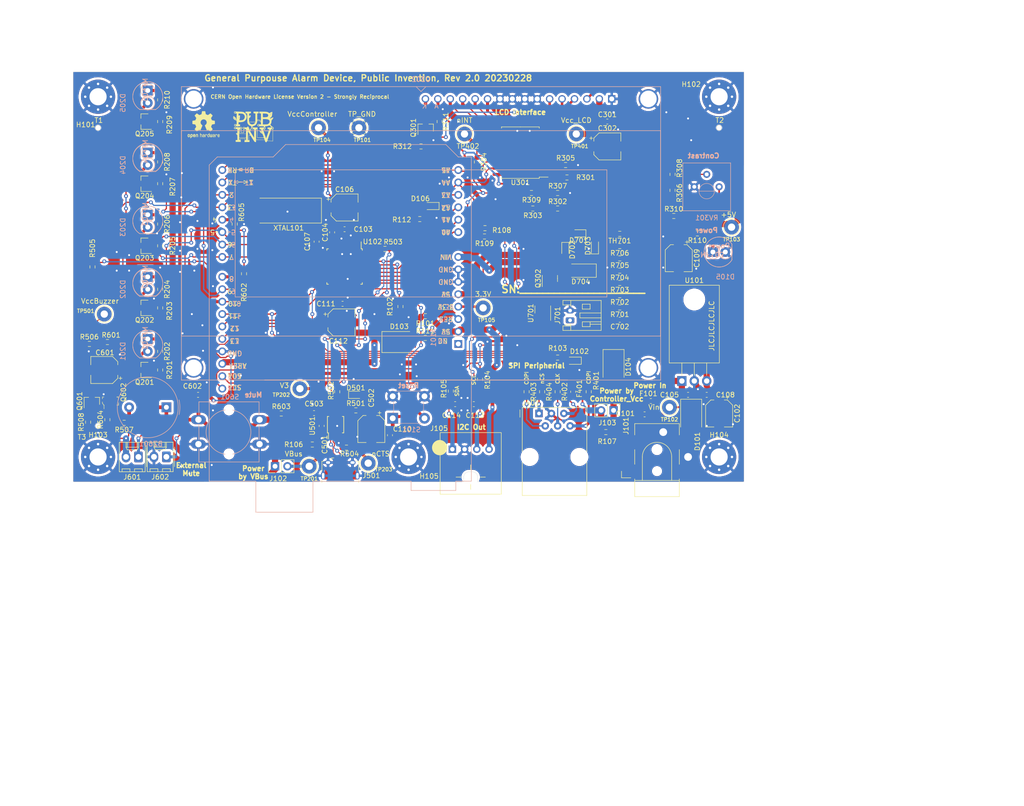
<source format=kicad_pcb>
(kicad_pcb (version 20221018) (generator pcbnew)
  (title_block (title "GeneralPurposeAlarmDevicePCB") (date "2022-07-26") (rev "0.0.1") (company "PublicInvention") (comment 1 "GNU Affero General Public License v3.0") (comment 2 "DrawnBy: (Forrest) Lee Erickson") (comment 3 "Prototype#1"))
  (layers (0 "F.Cu" signal) (31 "B.Cu" signal) (34 "B.Paste" user) (35 "F.Paste" user) (36 "B.SilkS" user "B.Silkscreen") (37 "F.SilkS" user "F.Silkscreen") (38 "B.Mask" user) (39 "F.Mask" user) (44 "Edge.Cuts" user))
  (net 0 "")
  (net 1 "GND")
  (net 3 "Net-(A101-~{RESET})")
  (net 4 "+5V")
  (net 5 "VBus")
  (net 6 "Net-(A101-3V3)")
  (net 7 "VccController")
  (net 8 "Net-(BZ601-+)")
  (net 9 "Net-(D201-Pad1)")
  (net 10 "Net-(#FLG0101-pwr)")
  (net 11 "Net-(D202-Pad1)")
  (net 12 "Net-(U102-XTAL1{slash}PB6)")
  (net 13 "Net-(D203-Pad1)")
  (net 14 "Net-(U102-XTAL2{slash}PB7)")
  (net 15 "Net-(D204-Pad1)")
  (net 16 "Net-(U501-V3)")
  (net 17 "Net-(D205-Pad1)")
  (net 18 "Net-(D704-A)")
  (net 19 "ControllerVcc")
  (net 20 "Net-(J401-Pad1)")
  (net 21 "Net-(J401-Pad2)")
  (net 22 "Net-(J401-Pad4)")
  (net 23 "Net-(J401-Pad6)")
  (net 24 "Net-(D101-A)")
  (net 25 "Net-(D102-A)")
  (net 26 "Net-(D104-A)")
  (net 27 "Net-(D106-A)")
  (net 28 "Net-(Q201-C)")
  (net 29 "Net-(Q202-C)")
  (net 30 "Net-(Q203-C)")
  (net 31 "Net-(Q204-C)")
  (net 32 "Net-(Q205-C)")
  (net 33 "Net-(D501-A)")
  (net 34 "SPI_SCK")
  (net 35 "Light0")
  (net 36 "Light1")
  (net 37 "Light2")
  (net 38 "Light3")
  (net 39 "Light4")
  (net 40 "Net-(D701-K)")
  (net 41 "Net-(D702-K)")
  (net 42 "Net-(D703-K)")
  (net 43 "Net-(J501-D-)")
  (net 44 "SDA")
  (net 45 "SCL")
  (net 46 "CIPO")
  (net 47 "COPI")
  (net 48 "nCS")
  (net 49 "Net-(J501-D+)")
  (net 51 "ControllerRX")
  (net 52 "Net-(Q201-B)")
  (net 53 "ControllerTX")
  (net 54 "Net-(Q202-B)")
  (net 55 "Tone")
  (net 56 "Net-(Q203-B)")
  (net 57 "Net-(Q204-B)")
  (net 58 "Net-(Q205-B)")
  (net 59 "Net-(Q301-G)")
  (net 60 "Net-(Q301-D)")
  (net 61 "LCD power")
  (net 62 "Net-(Q601-G)")
  (net 63 "Net-(Q601-S)")
  (net 64 "Net-(Q601-D)")
  (net 65 "/LCD And I2C Interface/Vcc_LCD")
  (net 66 "/AlarmAudio/VccBuzzer")
  (net 67 "Switch_Mute")
  (net 68 "Net-(C113-Pad1)")
  (net 69 "Net-(C114-Pad1)")
  (net 70 "Net-(U301-A2)")
  (net 71 "Net-(U301-A1)")
  (net 72 "Attenuate")
  (net 73 "Net-(U301-A0)")
  (net 74 "Net-(U301-~{INT})")
  (net 75 "Net-(F401-Pad2)")
  (net 76 "Net-(#FLG0302-pwr)")
  (net 77 "Net-(U301-P3)")
  (net 78 "PC3")
  (net 79 "PC2")
  (net 80 "PC1")
  (net 81 "PC0")
  (net 82 "Vin")
  (net 83 "nRESET")
  (net 84 "Net-(U501-TNOW)")
  (net 85 "nRTS")
  (net 86 "Net-(U501-TXD)")
  (net 87 "Net-(U501-RXD)")
  (net 88 "Net-(D105-Pad1)")
  (net 89 "Net-(U501-~{CTS})")
  (net 90 "Net-(U701-STAT1)")
  (net 91 "Net-(U701-STAT2)")
  (net 92 "Net-(U701-PG)")
  (net 93 "Net-(U701-PROG)")
  (net 94 "Net-(U701-THERM)")
  (net 95 "Net-(R705-Pad2)")
  (net 97 "Net-(U301-P0)")
  (net 98 "Net-(U301-P1)")
  (net 99 "Net-(U301-P2)")
  (net 100 "Net-(U301-P4)")
  (net 101 "Net-(U301-P5)")
  (net 102 "Net-(U301-P6)")
  (net 103 "Net-(U301-P7)")
  (footprint "Capacitor_SMD:CP_Elec_5x5.4" (layer "F.Cu") (at 62.23 78.74 180)
    (fp_text reference "C601")
    (fp_text value "47uF 16V")
  )
  (footprint "Package_TO_SOT_SMD:SOT-23" (layer "F.Cu") (at 127.95 29.21 90)
    (fp_text reference "Q301")
    (fp_text value "BSS138")
  )
  (footprint "digikey-footprints:SOT-23-3" (layer "F.Cu") (at 63.5 85.09 90)
    (fp_text reference "Q602")
    (fp_text value "DNI")
  )
  (footprint "Resistor_SMD:R_0603_1608Metric_Pad0.98x0.95mm_HandSolder" (layer "F.Cu") (at 73.66 78.74 90)
    (fp_text reference "R201")
    (fp_text value "4K7")
  )
  (footprint "Resistor_SMD:R_0603_1608Metric_Pad0.98x0.95mm_HandSolder" (layer "F.Cu") (at 73.66 74.93 -90)
    (fp_text reference "R202")
    (fp_text value "330R")
  )
  (footprint "Resistor_SMD:R_0603_1608Metric_Pad0.98x0.95mm_HandSolder" (layer "F.Cu") (at 73.66 66.04 90)
    (fp_text reference "R203")
    (fp_text value "4K7")
  )
  (footprint "Resistor_SMD:R_0603_1608Metric_Pad0.98x0.95mm_HandSolder" (layer "F.Cu") (at 73.66 62.23 -90)
    (fp_text reference "R204")
    (fp_text value "330R")
  )
  (footprint "Resistor_SMD:R_0603_1608Metric_Pad0.98x0.95mm_HandSolder" (layer "F.Cu") (at 73.66 48.895 -90)
    (fp_text reference "R206")
    (fp_text value "330R")
  )
  (footprint "Resistor_SMD:R_0603_1608Metric_Pad0.98x0.95mm_HandSolder" (layer "F.Cu") (at 73.66 40.64 90)
    (fp_text reference "R207")
    (fp_text value "4K7")
  )
  (footprint "Resistor_SMD:R_0603_1608Metric_Pad0.98x0.95mm_HandSolder" (layer "F.Cu") (at 73.66 36.195 -90)
    (fp_text reference "R208")
    (fp_text value "330R")
  )
  (footprint "Resistor_SMD:R_0603_1608Metric_Pad0.98x0.95mm_HandSolder" (layer "F.Cu") (at 73.66 23.495 -90)
    (fp_text reference "R210")
    (fp_text value "330R")
  )
  (footprint "Resistor_SMD:R_0603_1608Metric_Pad0.98x0.95mm_HandSolder" (layer "F.Cu") (at 149.86 45.72 180)
    (fp_text reference "R303")
    (fp_text value "4K7")
  )
  (footprint "Resistor_SMD:R_0603_1608Metric_Pad0.98x0.95mm_HandSolder" (layer "F.Cu") (at 130.81 27.94 90)
    (fp_text reference "R311")
    (fp_text value "4K7")
  )
  (footprint "Resistor_SMD:R_0603_1608Metric_Pad0.98x0.95mm_HandSolder" (layer "F.Cu") (at 62.865 73.025)
    (fp_text reference "R601")
    (fp_text value "1R")
  )
  (footprint "Resistor_SMD:R_0603_1608Metric_Pad0.98x0.95mm_HandSolder" (layer "F.Cu") (at 88.9 48.895 -90)
    (fp_text reference "R605")
    (fp_text value "330R")
  )
  (footprint "Resistor_SMD:R_0603_1608Metric_Pad0.98x0.95mm_HandSolder" (layer "F.Cu") (at 178.689 47.244)
    (fp_text reference "R310")
    (fp_text value "1R0")
  )
  (footprint "Resistor_SMD:R_0603_1608Metric_Pad0.98x0.95mm_HandSolder" (layer "F.Cu") (at 149.5825 42.545 180)
    (fp_text reference "R309")
    (fp_text value "1R0")
  )
  (footprint "Resistor_SMD:R_0603_1608Metric_Pad0.98x0.95mm_HandSolder" (layer "F.Cu") (at 154.94 45.72)
    (fp_text reference "R302")
    (fp_text value "4K7")
  )
  (footprint "Resistor_SMD:R_0603_1608Metric_Pad0.98x0.95mm_HandSolder" (layer "F.Cu") (at 154.94 42.545)
    (fp_text reference "R307")
    (fp_text value "1R0")
  )
  (footprint "Resistor_SMD:R_0603_1608Metric_Pad0.98x0.95mm_HandSolder" (layer "F.Cu") (at 138.43 36.195 -90)
    (fp_text reference "R304")
    (fp_text value "1K")
  )
  (footprint "Capacitor_SMD:C_0603_1608Metric_Pad1.08x0.95mm_HandSolder" (layer "F.Cu") (at 165.1 27.94)
    (fp_text reference "C301")
    (fp_text value "100nF")
  )
  (footprint "Package_SO:SOIC-16W_7.5x10.3mm_P1.27mm" (layer "F.Cu") (at 147.32 34.29 180)
    (fp_text reference "U301")
    (fp_text value "PCF8574AT_3_518")
  )
  (footprint "Resistor_SMD:R_0603_1608Metric_Pad0.98x0.95mm_HandSolder" (layer "F.Cu") (at 156.845 39.37)
    (fp_text reference "R301")
    (fp_text value "4K7")
  )
  (footprint "Resistor_SMD:R_0603_1608Metric_Pad0.98x0.95mm_HandSolder" (layer "F.Cu") (at 156.5675 36.83)
    (fp_text reference "R305")
    (fp_text value "1R0")
  )
  (footprint "Capacitor_SMD:CP_Elec_5x5.4" (layer "F.Cu") (at 165.1 33.02)
    (fp_text reference "C302")
    (fp_text value "47uF 16V")
  )
  (footprint "Resistor_SMD:R_0603_1608Metric_Pad0.98x0.95mm_HandSolder" (layer "F.Cu") (at 111.76 94.615)
    (fp_text reference "R504")
    (fp_text value "4K7")
  )
  (footprint "Resistor_SMD:R_0603_1608Metric_Pad0.98x0.95mm_HandSolder" (layer "F.Cu") (at 109.865 83.185 -90)
    (fp_text reference "R502")
    (fp_text value "330R")
  )
  (footprint "Resistor_SMD:R_0603_1608Metric_Pad0.98x0.95mm_HandSolder" (layer "F.Cu") (at 113.675 86.995)
    (fp_text reference "R501")
    (fp_text value "330R")
  )
  (footprint "Resistor_SMD:R_0603_1608Metric_Pad0.98x0.95mm_HandSolder" (layer "F.Cu") (at 119.62 53.975)
    (fp_text reference "R503")
    (fp_text value "330R")
  )
  (footprint "Capacitor_SMD:C_0603_1608Metric_Pad1.08x0.95mm_HandSolder" (layer "F.Cu") (at 106.68 90.17 -90)
    (fp_text reference "C501")
    (fp_text value "100nF")
  )
  (footprint "Capacitor_SMD:C_0603_1608Metric_Pad1.08x0.95mm_HandSolder" (layer "F.Cu") (at 105.125 87.555 180)
    (fp_text reference "C503")
    (fp_text value "100nF")
  )
  (footprint "Package_SO:MSOP-10_3x3mm_P0.5mm" (layer "F.Cu") (at 109.525 89.915 90)
    (fp_text reference "U501")
    (fp_text value "CH340E")
  )
  (footprint "LED_SMD:LED_0603_1608Metric" (layer "F.Cu") (at 113.675 83.82)
    (fp_text reference "D501")
    (fp_text value "RED 0603")
  )
  (footprint "Capacitor_SMD:C_0603_1608Metric_Pad1.08x0.95mm_HandSolder" (layer "F.Cu") (at 105.65 52.495 -90)
    (fp_text reference "C107")
    (fp_text value "39pF")
  )
  (footprint "Capacitor_SMD:CP_Elec_5x5.4" (layer "F.Cu") (at 111.365 45.51)
    (fp_text reference "C106")
    (fp_text value "47uF 16V")
  )
  (footprint "Capacitor_SMD:C_0603_1608Metric_Pad1.08x0.95mm_HandSolder" (layer "F.Cu") (at 108.825 50.59 90)
    (fp_text reference "C104")
    (fp_text value "39pF")
  )
  (footprint "Capacitor_SMD:C_0603_1608Metric_Pad1.08x0.95mm_HandSolder" (layer "F.Cu") (at 111.365 49.955)
    (fp_text reference "C103")
    (fp_text value "100nF")
  )
  (footprint "Resistor_SMD:R_0603_1608Metric_Pad0.98x0.95mm_HandSolder" (layer "F.Cu") (at 127.875 67.735)
    (fp_text reference "R101")
    (fp_text value "1R0")
  )
  (footprint "Resistor_SMD:R_0603_1608Metric_Pad0.98x0.95mm_HandSolder" (layer "F.Cu") (at 154.94 76.2 180)
    (fp_text reference "R103")
    (fp_text value "1K")
  )
  (footprint "Resistor_SMD:R_0603_1608Metric_Pad0.98x0.95mm_HandSolder" (layer "F.Cu") (at 122.795 65.7625 -90)
    (fp_text reference "R102")
    (fp_text value "10K")
  )
  (footprint "Capacitor_SMD:C_0603_1608Metric_Pad1.08x0.95mm_HandSolder" (layer "F.Cu") (at 120.65 92.075 -90)
    (fp_text reference "C110")
    (fp_text value "100nF")
  )
  (footprint "Capacitor_SMD:C_0603_1608Metric_Pad1.08x0.95mm_HandSolder" (layer "F.Cu") (at 110.9575 65.195)
    (fp_text reference "C111")
    (fp_text value "100nF")
  )
  (footprint "Capacitor_SMD:CP_Elec_5x5.4" (layer "F.Cu") (at 110.73 69.005)
    (fp_text reference "C112")
    (fp_text value "47uF 16V")
  )
  (footprint "Crystal:Crystal_SMD_HC49-SD" (layer "F.Cu") (at 99.935 46.145 180)
    (fp_text reference "XTAL101")
    (fp_text value "16MHZ 20PF HC-49S/SMD")
  )
  (footprint "Package_QFP:TQFP-32_7x7mm_P0.8mm" (layer "F.Cu") (at 111.365 57.575 -90)
    (fp_text reference "U102")
    (fp_text value "PI_ATMEGA328P-AU-InOrder")
  )
  (footprint "LED_SMD:LED_0603_1608Metric_Pad1.05x0.95mm_HandSolder" (layer "F.Cu") (at 158.115 76.835 180)
    (fp_text reference "D102")
    (fp_text value "RED 0603")
  )
  (footprint "Resistor_SMD:R_0603_1608Metric_Pad0.98x0.95mm_HandSolder" (layer "F.Cu") (at 98.425 87.63)
    (fp_text reference "R603")
    (fp_text value "10K")
  )
  (footprint "GeneralPurposeAlarmDevicePCB:MountingHole_3.5mm_Pad_Via" (layer "F.Cu") (at 60.96 22.86)
    (fp_text reference "H101")
    (fp_text value "MountingHole_Pad_3.5mm")
  )
  (footprint "GeneralPurposeAlarmDevicePCB:MountingHole_3.5mm_Pad_Via" (layer "F.Cu") (at 187.96 22.86)
    (fp_text reference "H102")
    (fp_text value "MountingHole_Pad_3.5mm")
  )
  (footprint "GeneralPurposeAlarmDevicePCB:MountingHole_3.5mm_Pad_Via" (layer "F.Cu") (at 187.96 96.52)
    (fp_text reference "H104")
    (fp_text value "MountingHole_Pad_3.5mm")
  )
  (footprint "Package_TO_SOT_SMD:SOT-23" (layer "F.Cu") (at 70.485 78.74 180)
    (fp_text reference "Q201")
    (fp_text value "MMBT2222A-7-F")
  )
  (footprint "Package_TO_SOT_SMD:SOT-23" (layer "F.Cu") (at 70.485 66.04 180)
    (fp_text reference "Q202")
    (fp_text value "MMBT2222A-7-F")
  )
  (footprint "Package_TO_SOT_SMD:SOT-23" (layer "F.Cu") (at 70.485 53.34 180)
    (fp_text reference "Q203")
    (fp_text value "MMBT2222A-7-F")
  )
  (footprint "Package_TO_SOT_SMD:SOT-23" (layer "F.Cu") (at 70.485 40.64 180)
    (fp_text reference "Q204")
    (fp_text value "MMBT2222A-7-F")
  )
  (footprint "Package_TO_SOT_SMD:SOT-23" (layer "F.Cu") (at 70.485 27.94 180)
    (fp_text reference "Q205")
    (fp_text value "MMBT2222A-7-F")
  )
  (footprint "Resistor_SMD:R_0603_1608Metric_Pad0.98x0.95mm_HandSolder" (layer "F.Cu") (at 73.66 27.94 90)
    (fp_text reference "R209")
    (fp_text value "4K7")
  )
  (footprint "Package_TO_SOT_SMD:SOT-23" (layer "F.Cu") (at 59.69 85.09 90)
    (fp_text reference "Q601")
    (fp_text value "BSS138")
  )
  (footprint "Capacitor_SMD:C_0603_1608Metric_Pad1.08x0.95mm_HandSolder" (layer "F.Cu") (at 137.795 85.725 180)
    (fp_text reference "C113")
    (fp_text value "39pF")
  )
  (footprint "Resistor_SMD:R_0603_1608Metric_Pad0.98x0.95mm_HandSolder" (layer "F.Cu") (at 139.065 80.645 90)
    (fp_text reference "R104")
    (fp_text value "39R")
  )
  (footprint "Resistor_SMD:R_0603_1608Metric_Pad0.98x0.95mm_HandSolder" (layer "F.Cu") (at 133.096 83.058 90)
    (fp_text reference "R105")
    (fp_text value "39R")
  )
  (footprint "Capacitor_SMD:CP_Elec_5x5.4" (layer "F.Cu") (at 116.84 90.805 -90)
    (fp_text reference "C502")
    (fp_text value "47uF 16V")
  )
  (footprint "GeneralPurposeAlarmDevicePCB:USB_Micro-B_Amphenol_10118194_Horizontal" (layer "F.Cu") (at 110.49 99.06)
    (fp_text reference "J501")
    (fp_text value "USB_B_Micro_Local")
  )
  (footprint "Resistor_SMD:R_0603_1608Metric_Pad0.98x0.95mm_HandSolder" (layer "F.Cu") (at 62.865 88.9 90)
    (fp_text reference "R604")
    (fp_text value "DNI")
  )
  (footprint "Capacitor_SMD:C_0603_1608Metric_Pad1.08x0.95mm_HandSolder" (layer "F.Cu") (at 81.407 83.82 180)
    (fp_text reference "C602")
    (fp_text value "100nF")
  )
  (footprint "Diode_SMD:D_SMB" (layer "F.Cu") (at 122.555 73.025)
    (fp_text reference "D103")
    (fp_text value "Schottky 2A")
  )
  (footprint "Diode_SMD:D_SMB" (layer "F.Cu") (at 166.37 78.105 -90)
    (fp_text reference "D104")
    (fp_text value "Schottky 2A")
  )
  (footprint "Connector_Molex:Molex_KK-254_AE-6410-02A_1x02_P2.54mm_Vertical" (layer "F.Cu") (at 69.215 96.52 180)
    (fp_text reference "J601")
    (fp_text value "22-23-2021")
  )
  (footprint "Resistor_SMD:R_0603_1608Metric_Pad0.98x0.95mm_HandSolder" (layer "F.Cu") (at 164.7952 91.44)
    (fp_text reference "R107")
    (fp_text value "DNI")
  )
  (footprint "Resistor_SMD:R_0603_1608Metric_Pad0.98x0.95mm_HandSolder" (layer "F.Cu") (at 140.0775 49.74 180)
    (fp_text reference "R108")
    (fp_text value "1K")
  )
  (footprint "Resistor_SMD:R_0603_1608Metric_Pad0.98x0.95mm_HandSolder" (layer "F.Cu") (at 139.9775 51.435 180)
    (fp_text reference "R109")
    (fp_text value "1K")
  )
  (footprint "Resistor_SMD:R_0603_1608Metric_Pad0.98x0.95mm_HandSolder" (layer "F.Cu") (at 178.425 41.995 -90)
    (fp_text reference "R306")
    (fp_text value "DNI")
  )
  (footprint "Resistor_SMD:R_0603_1608Metric_Pad0.98x0.95mm_HandSolder" (layer "F.Cu") (at 178.435 38.735 -90)
    (fp_text reference "R308")
    (fp_text value "DNI")
  )
  (footprint "Resistor_SMD:R_0603_1608Metric_Pad0.98x0.95mm_HandSolder" (layer "F.Cu") (at 90.805 59.055 -90)
    (fp_text reference "R602")
    (fp_text value "1K")
  )
  (footprint "Capacitor_SMD:CP_Elec_5x5.4" (layer "F.Cu") (at 179.705 55.88 -90)
    (fp_text reference "C109")
    (fp_text value "47uF 16V")
  )
  (footprint "Capacitor_SMD:C_0603_1608Metric_Pad1.08x0.95mm_HandSolder" (layer "F.Cu") (at 185.42 83.82 180)
    (fp_text reference "C108")
    (fp_text value "100nF")
  )
  (footprint "Diode_SMD:D_SMB" (layer "F.Cu") (at 182.245 88.265 -90)
    (fp_text reference "D101")
    (fp_text value "Schottky 2A")
  )
  (footprint "Capacitor_SMD:CP_Elec_5x5.4" (layer "F.Cu") (at 187.96 87.63 -90)
    (fp_text reference "C102")
    (fp_text value "47uF 16V")
  )
  (footprint "Capacitor_SMD:C_0603_1608Metric_Pad1.08x0.95mm_HandSolder" (layer "F.Cu") (at 172.72 87.8078)
    (fp_text reference "C101")
    (fp_text value "39pF")
  )
  (footprint "Connector_PinHeader_2.54mm:PinHeader_1x02_P2.54mm_Vertical" (layer "F.Cu") (at 97.15 98.425 90)
    (fp_text reference "J102")
    (fp_text value "0.100_2Pin")
  )
  (footprint "GeneralPurposeAlarmDevicePCB:MountingHole_3.5mm_Pad_Via" (layer "F.Cu") (at 60.96 96.52)
    (fp_text reference "H103")
    (fp_text value "MountingHole_Pad_3.5mm")
  )
  (footprint "GeneralPurposeAlarmDevicePCB:BarrelJack_CLIFF_FC681465S_SMT_Horizontal" (layer "F.Cu") (at 175.26 96.52 90)
    (fp_text reference "J101")
    (fp_text value "Barrel_Jack_Switch_SMT")
  )
  (footprint "Capacitor_SMD:C_0603_1608Metric_Pad1.08x0.95mm_HandSolder" (layer "F.Cu") (at 181.61 83.82)
    (fp_text reference "C105")
    (fp_text value "100nF")
  )
  (footprint "Resistor_SMD:R_0603_1608Metric_Pad0.98x0.95mm_HandSolder" (layer "F.Cu") (at 104.77 93.98 180)
    (fp_text reference "R106")
    (fp_text value "DNI")
  )
  (footprint "Fuse:Fuse_0603_1608Metric" (layer "F.Cu") (at 173.99 85.09 180)
    (fp_text reference "F101")
    (fp_text value "Polyfuse_Small")
  )
  (footprint "Capacitor_SMD:C_0603_1608Metric_Pad1.08x0.95mm_HandSolder" (layer "F.Cu") (at 133.985 85.725)
    (fp_text reference "C114")
    (fp_text value "39pF")
  )
  (footprint "GeneralPurposeAlarmDevicePCB:RJ12_Amphenol_54601" (layer "F.Cu") (at 151.13 87.63)
    (fp_text reference "J401")
    (fp_text value "RJ12_6P6C_HORZ")
  )
  (footprint "Resistor_SMD:R_0603_1608Metric_Pad0.98x0.95mm_HandSolder" (layer "F.Cu") (at 154.94 83.185 -90)
    (fp_text reference "R402")
    (fp_text value "330R")
  )
  (footprint "Resistor_SMD:R_0603_1608Metric_Pad0.98x0.95mm_HandSolder" (layer "F.Cu") (at 151.765 83.185 -90)
    (fp_text reference "R404")
    (fp_text value "330R")
  )
  (footprint "Resistor_SMD:R_0603_1608Metric_Pad0.98x0.95mm_HandSolder" (layer "F.Cu") (at 161.29 83.185 -90)
    (fp_text reference "R401")
    (fp_text value "330R")
  )
  (footprint "Resistor_SMD:R_0603_1608Metric_Pad0.98x0.95mm_HandSolder" (layer "F.Cu") (at 148.59 83.185 -90)
    (fp_text reference "R403")
    (fp_text value "330R")
  )
  (footprint "Fuse:Fuse_0603_1608Metric" (layer "F.Cu") (at 158.115 83.185 90)
    (fp_text reference "F401")
    (fp_text value "Polyfuse_Small")
  )
  (footprint "Resistor_SMD:R_0603_1608Metric_Pad0.98x0.95mm_HandSolder" (layer "F.Cu") (at 73.66 53.34 90)
    (fp_text reference "R205")
    (fp_text value "4K7")
  )
  (footprint "Resistor_SMD:R_0603_1608Metric_Pad0.98x0.95mm_HandSolder" (layer "F.Cu") (at 183.515 50.8 180)
    (fp_text reference "R110")
    (fp_text value "330R")
  )
  (footprint "LED_SMD:LED_0603_1608Metric" (layer "F.Cu") (at 156.515 54.1275 -90)
    (fp_text reference "D702")
    (fp_text value "GREEN 0603")
  )
  (footprint "Symbol:OSHW-Logo2_7.3x6mm_SilkScreen" (layer "F.Cu") (at 82.55 28.575)
    (fp_text reference "G***" hide)
    (fp_text value "OSHW-Logo2_7.3x6mm_SilkScreen" hide)
  )
  (footprint "Resistor_SMD:R_0603_1608Metric_Pad0.98x0.95mm_HandSolder" (layer "F.Cu") (at 58.928 89.408 90)
    (fp_text reference "R508")
    (fp_text value "1R")
  )
  (footprint "Package_DFN_QFN:DFN-10-1EP_3x3mm_P0.5mm_EP1.7x2.5mm" (layer "F.Cu") (at 151.9 67.1175 90)
    (fp_text reference "U701")
    (fp_text value "MCP73833")
  )
  (footprint "Capacitor_SMD:C_0603_1608Metric_Pad1.08x0.95mm_HandSolder" (layer "F.Cu") (at 167.64 68.46 180)
    (fp_text reference "C702")
    (fp_text value "10uF")
  )
  (footprint "Resistor_SMD:R_0603_1608Metric_Pad0.98x0.95mm_HandSolder" (layer "F.Cu") (at 167.64 65.95 180)
    (fp_text reference "R701")
    (fp_text value "330R")
  )
  (footprint "TestPoint:TestPoint_Loop_D2.54mm_Drill1.5mm_Beaded" (layer "F.Cu") (at 177.8 86.36)
    (fp_text reference "TP102")
    (fp_text value "Vin")
  )
  (footprint "TestPoint:TestPoint_Loop_D2.54mm_Drill1.5mm_Beaded" (layer "F.Cu") (at 114.3 29.21)
    (fp_text reference "TP101")
    (fp_text value "TP_GND")
  )
  (footprint "Resistor_SMD:R_0603_1608Metric_Pad0.98x0.95mm_HandSolder" (layer "F.Cu") (at 167.64 55.91 180)
    (fp_text reference "R705")
    (fp_text value "1K")
  )
  (footprint "LED_SMD:LED_0603_1608Metric_Pad1.05x0.95mm_HandSolder" (layer "F.Cu") (at 162.56 53.34 90)
    (fp_text reference "D703")
    (fp_text value "RED 0603")
  )
  (footprint "Resistor_SMD:R_0603_1608Metric_Pad0.98x0.95mm_HandSolder" (layer "F.Cu") (at 66.294 89.535 180)
    (fp_text reference "R507")
    (fp_text value "1R")
  )
  (footprint "TestPoint:TestPoint_Loop_D2.54mm_Drill1.5mm_Beaded" (layer "F.Cu") (at 106.045 29.21)
    (fp_text reference "TP104")
    (fp_text value "VccController")
  )
  (footprint "Resistor_SMD:R_0603_1608Metric_Pad0.98x0.95mm_HandSolder" (layer "F.Cu") (at 167.64 63.44 180)
    (fp_text reference "R702")
    (fp_text value "330R")
  )
  (footprint "TestPoint:TestPoint_Loop_D2.54mm_Drill1.5mm_Beaded" (layer "F.Cu") (at 135.89 30.48)
    (fp_text reference "TP402")
    (fp_text value "nINT")
  )
  (footprint "PubInv_PCB:JLC_ToolingHole_0576mm" (layer "F.Cu") (at 187.941687 29.19542)
    (fp_text reference "T2")
    (fp_text value "JLC_ToolingHole_0576mm")
    (fp_circle (center 0 0) (end 0.576 0) (stroke (width 0.12)) (fill none) (layer "Edge.Cuts"))
  )
  (footprint "Resistor_SMD:R_0603_1608Metric_Pad0.98x0.95mm_HandSolder" (layer "F.Cu") (at 126.746 47.879 180)
    (fp_text reference "R112")
    (fp_text value "330R")
  )
  (footprint "PubInv_PCB:JLC_ToolingHole_0576mm" (layer "F.Cu") (at 60.96 90.17)
    (fp_text reference "T3")
    (fp_text value "JLC_ToolingHole_0576mm")
    (fp_circle (center 0 0) (end 0.576 0) (stroke (width 0.12)) (fill none) (layer "Edge.Cuts"))
  )
  (footprint "Package_TO_SOT_THT:TO-220-3_Horizontal_TabDown" (layer "F.Cu") (at 180.34 80.985)
    (fp_text reference "U101")
    (fp_text value "LM7805_TO220")
  )
  (footprint "Resistor_SMD:R_0603_1608Metric_Pad0.98x0.95mm_HandSolder" (layer "F.Cu") (at 59.182 73.406)
    (fp_text reference "R506")
    (fp_text value "DNI")
  )
  (footprint "Connector_Molex:Molex_KK-254_AE-6410-02A_1x02_P2.54mm_Vertical" (layer "F.Cu") (at 74.93 96.5 180)
    (fp_text reference "J602")
    (fp_text value "22-23-2021")
  )
  (footprint "GeneralPurposeAlarmDevicePCB:MountingHole_3.5mm_Pad_Via" (layer "F.Cu") (at 124.46 96.52)
    (fp_text reference "H105")
    (fp_text value "MountingHole_Pad_3.5mm")
  )
  (footprint "Connector_JST:JST_PH_S2B-PH-K_1x02_P2.00mm_Horizontal" (layer "F.Cu") (at 157.48 68.58 90)
    (fp_text reference "J701")
    (fp_text value "BATT_JST")
  )
  (footprint "TestPoint:TestPoint_Loop_D2.54mm_Drill1.5mm_Beaded" (layer "F.Cu") (at 62.23 67.31)
    (fp_text reference "TP501")
    (fp_text value "VccBuzzer")
  )
  (footprint "Connector_PinHeader_2.54mm:PinHeader_1x02_P2.54mm_Vertical" (layer "F.Cu") (at 166.375 86.995 -90)
    (fp_text reference "J103")
    (fp_text value "0.100_2Pin")
  )
  (footprint "PubInv_PCB:JLC_ToolingHole_0576mm" (layer "F.Cu") (at 60.96 29.21)
    (fp_text reference "T1")
    (fp_text value "JLC_ToolingHole_0576mm")
    (fp_circle (center 0 0) (end 0.576 0) (stroke (width 0.12)) (fill none) (layer "Edge.Cuts"))
  )
  (footprint "TestPoint:TestPoint_Loop_D2.54mm_Drill1.5mm_Beaded" (layer "F.Cu") (at 102.235 82.55)
    (fp_text reference "TP202")
    (fp_text value "V3")
  )
  (footprint "TestPoint:TestPoint_Loop_D2.54mm_Drill1.5mm_Beaded" (layer "F.Cu") (at 139.7 66.04)
    (fp_text reference "TP105")
    (fp_text value "3.3V")
  )
  (footprint "GeneralPurposeAlarmDevicePCB:S04B-XASK-1(LF)(SN)Rev2" (layer "F.Cu") (at 137.16 104.14 180)
    (fp_text reference "J105")
    (fp_text value "S04B-XASK-1(LF)(SN)Rev2")
  )
  (footprint "TestPoint:TestPoint_Loop_D2.54mm_Drill1.5mm_Beaded" (layer "F.Cu") (at 104.14 98.425)
    (fp_text reference "TP201")
    (fp_text value "VBus")
  )
  (footprint "Package_TO_SOT_SMD:SOT-23" (layer "F.Cu") (at 153.35 60.0225 90)
    (fp_text reference "Q302")
    (fp_text value "AOSS32334C")
  )
  (footprint "Resistor_SMD:R_0603_1608Metric_Pad0.98x0.95mm_HandSolder" (layer "F.Cu") (at 167.64 50.89 180)
    (fp_text reference "TH701")
    (fp_text value "10k Therm")
  )
  (footprint "Resistor_SMD:R_0603_1608Metric_Pad0.98x0.95mm_HandSolder" (layer "F.Cu") (at 167.64 60.93 180)
    (fp_text reference "R703")
    (fp_text value "330R")
  )
  (footprint "TestPoint:TestPoint_Loop_D2.54mm_Drill1.5mm_Beaded" (layer "F.Cu") (at 116.205 97.79)
    (fp_text reference "TP203")
    (fp_text value "nCTS")
  )
  (footprint "TestPoint:TestPoint_Loop_D2.54mm_Drill1.5mm_Beaded" (layer "F.Cu") (at 190.5 49.53)
    (fp_text reference "TP103")
    (fp_text value "+5V")
  )
  (footprint "Resistor_SMD:R_0603_1608Metric_Pad0.98x0.95mm_HandSolder" (layer "F.Cu") (at 167.64 58.42 180)
    (fp_text reference "R704")
    (fp_text value "2K")
  )
  (footprint "Resistor_SMD:R_0603_1608Metric_Pad0.98x0.95mm_HandSolder" (layer "F.Cu") (at 127 33.02)
    (fp_text reference "R312")
    (fp_text value "4K7")
  )
  (footprint "LED_SMD:LED_0603_1608Metric" (layer "F.Cu") (at 159.2325 50.8 180)
    (fp_text reference "D701")
    (fp_text value "ORANGE 0603")
  )
  (footprint "Resistor_SMD:R_0603_1608Metric_Pad0.98x0.95mm_HandSolder" (layer "F.Cu") (at 127.875 72.18)
    (fp_text reference "R111")
    (fp_text value "330R")
  )
  (footprint "Diode_SMD:D_SOD-128" (layer "F.Cu") (at 159.68 58.42 180)
    (fp_text reference "D704")
    (fp_text value "PMEG3020EP")
  )
  (footprint "Resistor_SMD:R_0603_1608Metric_Pad0.98x0.95mm_HandSolder" (layer "F.Cu") (at 59.817 57.658 90)
    (fp_text reference "R505")
    (fp_text value "10K")
  )
  (footprint "TestPoint:TestPoint_Loop_D2.54mm_Drill1.5mm_Beaded" (layer "F.Cu") (at 158.75 30.48)
    (fp_text reference "TP401")
    (fp_text value "Vcc_LCD")
  )
  (footprint "Resistor_SMD:R_0603_1608Metric_Pad0.98x0.95mm_HandSolder" (layer "F.Cu") (at 167.64 53.4 180)
    (fp_text reference "R706")
    (fp_text value "150K")
  )
  (footprint "LED_SMD:LED_0603_1608Metric_Pad1.05x0.95mm_HandSolder" (layer "F.Cu") (at 129.032 45.212 180)
    (fp_text reference "D106")
    (fp_text value "RED 0603")
  )
  (footprint "GeneralPurposeAlarmDevicePCB:Logo_PI_BandW_70percent_10x10" (layer "F.Cu") (at 92.71 29.21)
    (fp_text reference "G***" hide)
    (fp_text value "LOGO" hide)
  )
  (footprint "GeneralPurposeAlarmDevicePCB:Switch_Tactile_THT_6x6mm" (layer "B.Cu") (at 121.209994 88.610008)
    (fp_text reference "S101")
    (fp_text value "SWITCH_TACTILE_SPST-NO_0.05A_24V")
  )
  (footprint "GeneralPurposeAlarmDevicePCB:LED_5mm_Radial" (layer "B.Cu") (at 71.12 62.23 -90)
    (fp_text reference "D202")
    (fp_text value "LED_T1.75_CLEAR_WHITE")
  )
  (footprint "GeneralPurposeAlarmDevicePCB:LED_5mm_Radial" (layer "B.Cu") (at 71.12 49.53 -90)
    (fp_text reference "D203")
    (fp_text value "LED_T1.75_CLEAR_WHITE")
  )
  (footprint "GeneralPurposeAlarmDevicePCB:LED_5mm_Radial" (layer "B.Cu") (at 71.12 74.93 -90)
    (fp_text reference "D201")
    (fp_text value "LED_T1.75_CLEAR_WHITE")
  )
  (footprint "GeneralPurposeAlarmDevicePCB:LED_5mm_Radial" (layer "B.Cu") (at 71.12 36.83 -90)
    (fp_text reference "D204")
    (fp_text value "LED_T1.75_CLEAR_WHITE")
  )
  (footprint "GeneralPurposeAlarmDevicePCB:LED_5mm_Radial" (layer "B.Cu") (at 71.12 24.13 -90)
    (fp_text reference "D205")
    (fp_text value "LED_T1.75_CLEAR_WHITE")
  )
  (footprint "GeneralPurposeAlarmDevicePCB:Arduino_UNO_R3_NoMountingHoles3D" (layer "B.Cu") (at 134.62 73.406 90)
    (fp_text reference "A101")
    (fp_text value "Arduino_UNO_R3_Shield")
  )
  (footprint "GeneralPurposeAlarmDevicePCB:LED_5mm_Radial" (layer "B.Cu") (at 189.23 54.61)
    (fp_text reference "D105")
    (fp_text value "LED_T1.75_CLEAR_RED")
  )
  (footprint "GeneralPurposeAlarmDevicePCB:U_Box_V104_General_Alarm_Device_LED_Standoff" (layer "B.Cu") (at 71.12 21.59 -90)
    (fp_text reference "MF605")
    (fp_text value "U_Box_V104_General_Alarm_Device_LED_Standoff")
  )
  (footprint "GeneralPurposeAlarmDevicePCB:U_Box_V104_General_Alarm_Device_LED_Standoff" (layer "B.Cu") (at 71.12 72.39 -90)
    (fp_text reference "MF601")
    (fp_text value "U_Box_V104_General_Alarm_Device_LED_Standoff")
  )
  (footprint "GeneralPurposeAlarmDevicePCB:Potentiometer_Bourns_3386P_Vertical" (layer "B.Cu") (at 182.88 41.275 90)
    (fp_text reference "RV301")
    (fp_text value "POT 0.375 10K")
  )
  (footprint "GeneralPurposeAlarmDevicePCB:U_Box_V104_General_Alarm_Device_LED_Standoff" (layer "B.Cu") (at 71.12 34.163 -90)
    (fp_text reference "MF604")
    (fp_text value "U_Box_V104_General_Alarm_Device_LED_Standoff")
  )
  (footprint "GeneralPurposeAlarmDevicePCB:Buzzer_12.2mm_9.7mm_7.62mm" (layer "B.Cu") (at 74.93 86.36 180)
    (fp_text reference "BZ601")
    (fp_text value "Buzzer_Adafruit_P1536A")
  )
  (footprint "GeneralPurposeAlarmDevicePCB:U_Box_V104_General_Alarm_Device_LED_Standoff" (layer "B.Cu") (at 71.12 46.99 -90)
    (fp_text reference "MF603")
    (fp_text value "U_Box_V104_General_Alarm_Device_LED_Standoff")
  )
  (footprint "GeneralPurposeAlarmDevicePCB:U_Box_V104_General_Alarm_Device_LED_Standoff" (layer "B.Cu") (at 186.69 54.61)
    (fp_text reference "MF103")
    (fp_text value "U_Box_V104_General_Alarm_Device_LED_Standoff")
  )
  (footprint "GeneralPurposeAlarmDevicePCB:SW_PUSH-12mm_WithCap_Green" (layer "B.Cu") (at 93.98 88.9 180)
    (fp_text reference "S601")
    (fp_text value "SWITCH_TACTILE_12mmx12mm_SPST-NO_0.05A_24V")
  )
  (footprint "GeneralPurposeAlarmDevicePCB:LCD_2004A" (layer "B.Cu") (at 127 50.8 180)
    (fp_text reference "U302")
    (fp_text value "LCD_20x4_Character-GPAD_SCH_LIB")
  )
  (footprint "GeneralPurposeAlarmDevicePCB:U_Box_V104_General_Alarm_Device_LED_Standoff" (layer "B.Cu") (at 71.12 59.817 -90)
    (fp_text reference "MF602")
    (fp_text value "U_Box_V104_General_Alarm_Device_LED_Standoff")
  )
  (gr_line (start 193.04 17.78) (end 55.88 17.78) (stroke (width 0.05)) (layer "Edge.Cuts"))
  (gr_line (start 55.88 17.78) (end 55.88 101.6) (stroke (width 0.05)) (layer "Edge.Cuts"))
  (gr_line (start 138.557 101.6) (end 193.04 101.6) (stroke (width 0.05)) (layer "Edge.Cuts"))
  (gr_line (start 135.763 101.6) (end 55.88 101.6) (stroke (width 0.05)) (layer "Edge.Cuts"))
  (gr_arc (start 137.541 99.568) (mid 138.25942 99.86558) (end 138.557 100.584) (stroke (width 0.05)) (layer "Edge.Cuts"))
  (gr_arc (start 135.763 100.584) (mid 136.06058 99.86558) (end 136.779 99.568) (stroke (width 0.05)) (layer "Edge.Cuts"))
  (gr_line (start 193.04 101.6) (end 193.04 17.78) (stroke (width 0.05)) (layer "Edge.Cuts"))
  (gr_line (start 137.541 99.568) (end 136.779 99.568) (stroke (width 0.05)) (layer "Edge.Cuts"))
  (gr_line (start 135.763 101.6) (end 135.763 100.584) (stroke (width 0.05)) (layer "Edge.Cuts"))
  (gr_line (start 138.557 101.6) (end 138.557 100.584) (stroke (width 0.05)) (layer "Edge.Cuts"))
  (gr_text "Contrast" (at 184.785 34.925) (layer "B.SilkS") (effects (font (size 1.016 1.016) (thickness 0.254)) (justify mirror)))
  (gr_text "Power" (at 185.42 50.165) (layer "B.SilkS") (effects (font (size 1.016 1.016) (thickness 0.254)) (justify mirror)))
  (gr_text "Mute" (at 92.71 83.82) (layer "B.SilkS") (effects (font (size 1.016 1.016) (thickness 0.254)) (justify mirror)))
  (gr_text "Power" (at 187.96 53.34) (layer "B.SilkS") (effects (font (size 1 1)) (justify mirror)))
  (gr_text "Reset" (at 124.46 81.915) (layer "B.SilkS") (effects (font (size 1.016 1.016) (thickness 0.254)) (justify mirror)))
  (gr_text "CLK" (at 154.94 80.518 90) (layer "F.SilkS") (effects (font (size 0.762 0.762) (thickness 0.1524))))
  (gr_text "Power In" (at 173.827211 81.915) (layer "F.SilkS") (effects (font (size 1.016 1.016) (thickness 0.254))))
  (gr_text "External\nMute" (at 80.01 99.06) (layer "F.SilkS") (effects (font (size 1.016 1.016) (thickness 0.254))))
  (gr_text "SPI Peripherial" (at 150.622 77.851) (layer "F.SilkS") (effects (font (size 1.016 1.016) (thickness 0.254))))
  (gr_text "SN:______________________" (at 158.115 62.23) (layer "F.SilkS") (effects (font (size 1.524 1.524) (thickness 0.3048))))
  (gr_text "Power\nby VBus" (at 92.71 99.695) (layer "F.SilkS") (effects (font (size 1.016 1.016) (thickness 0.254))))
  (gr_text "COPI" (at 148.59 80.391 90) (layer "F.SilkS") (effects (font (size 0.762 0.762) (thickness 0.1524))))
  (gr_text "COPI" (at 161.29 80.264 90) (layer "F.SilkS") (effects (font (size 0.762 0.762) (thickness 0.1524))))
  (gr_text "nCS" (at 151.765 80.518 90) (layer "F.SilkS") (effects (font (size 0.762 0.762) (thickness 0.1524))))
  (gr_text "General Purpouse Alarm Device, Public Invention, Rev 2.0 20230228" (at 116.205 19.05) (layer "F.SilkS") (effects (font (size 1.27 1.27) (thickness 0.254))))
  (gr_text "CERN Open Hardware License Version 2 - Strongly Reciprocal" (at 102.235 22.86) (layer "F.SilkS") (effects (font (size 0.762 0.762) (thickness 0.1524))))
  (gr_text "I2C Out" (at 137.287 90.424) (layer "F.SilkS") (effects (font (size 1.016 1.016) (thickness 0.254))))
  (gr_text "LCD Interface" (at 147.32 26.035) (layer "F.SilkS") (effects (font (size 1.016 1.016) (thickness 0.254))))
  (gr_text "JLCJLCJLCJLC" (at 186.436 69.723 90) (layer "F.SilkS") (effects (font (size 1 1))))
  (gr_text "SDA" (at 134.366 83.058 90) (layer "F.SilkS") (effects (font (size 0.762 0.762) (thickness 0.1524))))
  (gr_text "SCL" (at 137.795 80.772 90) (layer "F.SilkS") (effects (font (size 0.762 0.762) (thickness 0.1524))))
  (gr_text "Power by\nController_Vcc" (at 167.005 83.82) (layer "F.SilkS") (effects (font (size 1.016 1.016) (thickness 0.254))))
  (segment (start 110.1725 93.6625) (end 110.8475 94.3375) (width 0.2) (layer "F.Cu") (net 1))
  (segment (start 113.03 90.17) (end 109.855 90.17) (width 0.254) (layer "F.Cu") (net 1))
  (segment (start 111.764999 61.825004) (end 111.764999 63.689999) (width 0.381) (layer "F.Cu") (net 1))
  (segment (start 187.96 89.83) (end 185.76 89.83) (width 0.25) (layer "F.Cu") (net 1))
  (segment (start 109.525 90.5) (end 109.855 90.17) (width 0.2) (layer "F.Cu") (net 1))
  (segment (start 136.9325 84.8625) (end 136.525 84.455) (width 0.2) (layer "F.Cu") (net 1))
  (segment (start 110.8475 94.615) (end 110.8475 94.9725) (width 0.2) (layer "F.Cu") (net 1))
  (segment (start 109.525 93.065) (end 109.805 93.345) (width 0.2) (layer "F.Cu") (net 1))
  (segment (start 113.665 90.805) (end 113.03 90.17) (width 0.254) (layer "F.Cu") (net 1))
  (segment (start 179.705 58.08) (end 183.22 58.08) (width 0.25) (layer "F.Cu") (net 1))
  (segment (start 107.95 90.17) (end 109.855 90.17) (width 0.254) (layer "F.Cu") (net 1))
  (segment (start 109.805 93.345) (end 109.855 93.345) (width 0.2) (layer "F.Cu") (net 1))
  (segment (start 180.76 99.52) (end 180.76 97.37) (width 0.25) (layer "F.Cu") (net 1))
  (segment (start 183.22 58.08) (end 183.277076 58.022924) (width 0.25) (layer "F.Cu") (net 1))
  (segment (start 166.37 27.94) (end 165.9625 27.94) (width 0.25) (layer "F.Cu") (net 1))
  (segment (start 71.485 77.79) (end 71.485 77.74) (width 0.25) (layer "F.Cu") (net 1))
  (segment (start 176.53 90.7553) (end 173.5825 87.8078) (width 0.635) (layer "F.Cu") (net 1))
  (segment (start 112 60.115) (end 111.765 60.504796) (width 0.25) (layer "F.Cu") (net 1))
  (segment (start 180.76 93.52) (end 180.76 95.67) (width 0.25) (layer "F.Cu") (net 1))
  (segment (start 180.691688 93.520006) (end 176.53 91.44) (width 0.635) (layer "F.Cu") (net 1))
  (segment (start 71.755 26.035) (end 74.93 26.035) (width 0.25) (layer "F.Cu") (net 1))
  (segment (start 112.565 50.2925) (end 112.565 53.325) (width 0.25) (layer "F.Cu") (net 1))
  (segment (start 71.485 65.04) (end 72.39 64.135) (width 0.25) (layer "F.Cu") (net 1))
  (segment (start 183.628741 82.663741) (end 182.88 80.985004) (width 1.27) (layer "F.Cu") (net 1))
  (segment (start 112.565 53.325) (end 112.635 55.035) (width 0.25) (layer "F.Cu") (net 1))
  (segment (start 111.82 63.745) (end 112 63.925) (width 0.25) (layer "F.Cu") (net 1))
  (segment (start 176.825 58.08) (end 176.53 57.785) (width 0.25) (layer "F.Cu") (net 1))
  (segment (start 112.2275 49.955) (end 112.565 50.2925) (width 0.25) (layer "F.Cu") (net 1))
  (segment (start 113.565 47.755) (end 113.27 48.05) (width 0.25) (layer "F.Cu") (net 1))
  (segment (start 134.8475 84.8625) (end 135.255 84.455) (width 0.2) (layer "F.Cu") (net 1))
  (segment (start 112.565 53.325) (end 112.565 51.295) (width 0.25) (layer "F.Cu") (net 1))
  (segment (start 109.22 38.1) (end 106.68 38.1) (width 0.25) (layer "F.Cu") (net 1))
  (segment (start 109.525 92.115) (end 109.525 93.065) (width 0.2) (layer "F.Cu") (net 1))
  (segment (start 113.665 92.075) (end 113.665 90.805) (width 0.254) (layer "F.Cu") (net 1))
  (segment (start 111.82 66.645) (end 111.82 67.895) (width 0.25) (layer "F.Cu") (net 1))
  (segment (start 108.825 49.32) (end 107.555 48.05) (width 0.25) (layer "F.Cu") (net 1))
  (segment (start 180.76 93.52) (end 180.6917 93.52) (width 0.25) (layer "F.Cu") (net 1))
  (segment (start 148.67 42.545) (end 148.67 40.72) (width 0.25) (layer "F.Cu") (net 1))
  (segment (start 185.76 89.83) (end 185.42 90.17) (width 0.25) (layer "F.Cu") (net 1))
  (segment (start 112.565 51.295) (end 112.635 51.225) (width 0.25) (layer "F.Cu") (net 1))
  (segment (start 71.485 26.305) (end 71.755 26.035) (width 0.25) (layer "F.Cu") (net 1))
  (segment (start 134.8475 85.725) (end 134.8475 86.5875) (width 0.2) (layer "F.Cu") (net 1))
  (segment (start 110.8475 94.3375) (end 110.8475 94.615) (width 0.2) (layer "F.Cu") (net 1))
  (segment (start 165.9625 27.94) (end 166.37 27.5325) (width 0.25) (layer "F.Cu") (net 1))
  (segment (start 72.39 50.8) (end 73.025 50.8) (width 0.25) (layer "F.Cu") (net 1))
  (segment (start 107.0875 91.0325) (end 107.95 90.17) (width 0.254) (layer "F.Cu") (net 1))
  (segment (start 71.485 51.705) (end 72.39 50.8) (width 0.25) (layer "F.Cu") (net 1))
  (segment (start 187.96 89.83) (end 190.795 89.83) (width 0.25) (layer "F.Cu") (net 1))
  (segment (start 71.755 38.735) (end 74.93 38.735) (width 0.25) (layer "F.Cu") (net 1))
  (segment (start 167.3 29.55) (end 167.3 28.87) (width 0.25) (layer "F.Cu") (net 1))
  (segment (start 105.65 53.3575) (end 106.5125 53.3575) (width 0.25) (layer "F.Cu") (net 1))
  (segment (start 184.5575 83.82) (end 183.62875 82.66375) (width 0.25) (layer "F.Cu") (net 1))
  (segment (start 113.565 45.51) (end 113.565 47.755) (width 0.25) (layer "F.Cu") (net 1))
  (segment (start 111.765 60.504796) (end 111.765 61.825) (width 0.25) (layer "F.Cu") (net 1))
  (segment (start 110.965 53.325) (end 110.965 54.9395) (width 0.25) (layer "F.Cu") (net 1))
  (segment (start 106.5125 53.3575) (end 106.92 53.765) (width 0.25) (layer "F.Cu") (net 1))
  (segment (start 112.2275 49.0925) (end 113.27 48.05) (width 0.25) (layer "F.Cu") (net 1))
  (segment (start 110.8475 94.9725) (end 111.76 95.885) (width 0.2) (layer "F.Cu") (net 1))
  (segment (start 184.5575 83.82) (end 184.5575 85.4975) (width 0.25) (layer "F.Cu") (net 1))
  (segment (start 136.9325 85.725) (end 136.9325 86.5875) (width 0.2) (layer "F.Cu") (net 1))
  (segment (start 184.5575 85.4975) (end 184.785 85.725) (width 0.25) (layer "F.Cu") (net 1))
  (segment (start 136.9325 86.5875) (end 136.525 86.995) (width 0.2) (layer "F.Cu") (net 1))
  (segment (start 108.825 49.7275) (end 108.825 49.32) (width 0.25) (layer "F.Cu") (net 1))
  (segment (start 106.68 91.0325) (end 107.0875 91.0325) (width 0.254) (layer "F.Cu") (net 1))
  (segment (start 167.299996 33.02) (end 167.299996 29.550004) (width 1.27) (layer "F.Cu") (net 1))
  (segment (start 149.6 29.845) (end 146.685 29.845) (width 0.25) (layer "F.Cu") (net 1))
  (segment (start 111.82 63.745) (end 111.765 63.69) (width 0.25) (layer "F.Cu") (net 1))
  (segment (start 182.4725 83.82) (end 183.62875 82.66375) (width 0.25) (layer "F.Cu") (net 1))
  (segment (start 157.48 36.83) (end 159.1075 36.83) (width 0.25) (layer "F.Cu") (net 1))
  (segment (start 111.82 65.195) (end 111.82 66.645) (width 0.25) (layer "F.Cu") (net 1))
  (segment (start 71.485 52.39) (end 71.485 51.705) (width 0.25) (layer "F.Cu") (net 1))
  (segment (start 136.9325 85.725) (end 136.9325 84.8625) (width 0.2) (layer "F.Cu") (net 1))
  (segment (start 71.485 39.69) (end 71.485 39.005) (width 0.25) (layer "F.Cu") (net 1))
  (segment (start 176.53 91.44) (end 176.53 90.7553) (width 0.635) (layer "F.Cu") (net 1))
  (segment (start 110.965 53.325) (end 110.965 52.095) (width 0.25) (layer "F.Cu") (net 1))
  (segment (start 166.37 27.5325) (end 166.37 26.035) (width 0.25) (layer "F.Cu") (net 1))
  (segment (start 111.81999 65.195) (end 111.81999 63.74499) (width 0.381) (layer "F.Cu") (net 1))
  (segment (start 134.8475 85.725) (end 134.8475 84.8625) (width 0.2) (layer "F.Cu") (net 1))
  (segment (start 134.8475 86.5875) (end 135.255 86.995) (width 0.2) (layer "F.Cu") (net 1))
  (segment (start 113.9825 92.3925) (end 113.665 92.075) (width 0.254) (layer "F.Cu") (net 1))
  (segment (start 110.965 54.9395) (end 110.8695 55.035) (width 0.25) (layer "F.Cu") (net 1))
  (segment (start 114.595 93.005) (end 113.9825 92.3925) (width 0.254) (layer "F.Cu") (net 1))
  (segment (start 179.705 58.08) (end 176.825 58.08) (width 0.25) (layer "F.Cu") (net 1))
  (segment (start 180.76 97.37) (end 181.61 96.52) (width 0.25) (layer "F.Cu") (net 1))
  (segment (start 111.82 67.895) (end 112.93 69.005) (width 0.25) (layer "F.Cu") (net 1))
  (segment (start 71.485 77.74) (end 72.39 76.835) (width 0.25) (layer "F.Cu") (net 1))
  (segment (start 155.8525 42.545) (end 157.48 42.545) (width 0.25) (layer "F.Cu") (net 1))
  (segment (start 128.9 31.11) (end 129.54 31.75) (width 0.25) (layer "F.Cu") (net 1))
  (segment (start 116.84 93.005) (end 114.595 93.005) (width 0.254) (layer "F.Cu") (net 1))
  (segment (start 110.965 52.095) (end 110.73 51.86) (width 0.25) (layer "F.Cu") (net 1))
  (segment (start 71.485 26.99) (end 71.485 26.305) (width 0.25) (layer "F.Cu") (net 1))
  (segment (start 149.6 29.845) (end 152.4895 29.845) (width 0.25) (layer "F.Cu") (net 1))
  (segment (start 109.855 93.345) (end 110.1725 93.6625) (width 0.2) (layer "F.Cu") (net 1))
  (segment (start 112.2275 49.955) (end 112.2275 49.0925) (width 0.25) (layer "F.Cu") (net 1))
  (segment (start 71.485 39.005) (end 71.755 38.735) (width 0.25) (layer "F.Cu") (net 1))
  (segment (start 109.525 92.115) (end 109.525 90.5) (width 0.2) (layer "F.Cu") (net 1))
  (segment (start 71.485 65.09) (end 71.485 65.04) (width 0.25) (layer "F.Cu") (net 1))
  (segment (start 128.9 30.21) (end 128.9 31.11) (width 0.25) (layer "F.Cu") (net 1))
  (segment (start 167.3 28.87) (end 166.37 27.94) (width 0.25) (layer "F.Cu") (net 1))
  (segment (start 180.76 95.67) (end 181.61 96.52) (width 0.25) (layer "F.Cu") (net 1))
  (via (at 110.8695 55.035) (size 0.8) (drill 0.4) (layers "F.Cu" "B.Cu") (net 1))
  (via (at 182.245 31.75) (size 0.8) (drill 0.4) (layers "F.Cu" "B.Cu") (net 1))
  (via (at 74.93 38.735) (size 0.8) (drill 0.4) (layers "F.Cu" "B.Cu") (net 1))
  (via (at 95.25 71.12) (size 0.8) (drill 0.4) (layers "F.Cu" "B.Cu") (net 1))
  (via (at 129.54 31.75) (size 0.8) (drill 0.4) (layers "F.Cu" "B.Cu") (net 1))
  (via (at 149.225 29.845) (size 0.8) (drill 0.4) (layers "F.Cu" "B.Cu") (net 1))
  (via (at 145.415 77.47) (size 0.8) (drill 0.4) (layers "F.Cu" "B.Cu") (net 1))
  (via (at 185.42 90.17) (size 0.8) (drill 0.4) (layers "F.Cu" "B.Cu") (net 1))
  (via (at 181.61 27.305) (size 0.8) (drill 0.4) (layers "F.Cu" "B.Cu") (net 1))
  (via (at 135.255 86.995) (size 0.8) (drill 0.4) (layers "F.Cu" "B.Cu") (net 1))
  (via (at 106.68 92.71) (size 0.8) (drill 0.4) (layers "F.Cu" "B.Cu") (net 1))
  (via (at 112 63.925) (size 0.8) (drill 0.4) (layers "F.Cu" "B.Cu") (net 1))
  (via (at 84.455 86.995) (size 0.8) (drill 0.4) (layers "F.Cu" "B.Cu") (net 1))
  (via (at 78.232 71.247) (size 0.8) (drill 0.4) (layers "F.Cu" "B.Cu") (net 1))
  (via (at 84.328 54.229) (size 0.8) (drill 0.4) (layers "F.Cu" "B.Cu") (net 1))
  (via (at 161.29 60.96) (size 0.8) (drill 0.4) (layers "F.Cu" "B.Cu") (net 1))
  (via (at 67.31 58.42) (size 0.8) (drill 0.4) (layers "F.Cu" "B.Cu") (net 1))
  (via (at 147.955 60.325) (size 0.8) (drill 0.4) (layers "F.Cu" "B.Cu") (net 1))
  (via (at 183.277076 58.022924) (size 0.8) (drill 0.4) (layers "F.Cu" "B.Cu") (net 1))
  (via (at 135.255 84.455) (size 0.8) (drill 0.4) (layers "F.Cu" "B.Cu") (net 1))
  (via (at 81.28 48.26) (size 0.8) (drill 0.4) (layers "F.Cu" "B.Cu") (net 1))
  (via (at 65.405 75.565) (size 0.8) (drill 0.4) (layers "F.Cu" "B.Cu") (net 1))
  (via (at 135.636 77.724) (size 0.8) (drill 0.4) (layers "F.Cu" "B.Cu") (net 1))
  (via (at 109.22 38.1) (size 0.8) (drill 0.4) (layers "F.Cu" "B.Cu") (net 1))
  (via (at 79.629 99.949) (size 0.8) (drill 0.4) (layers "F.Cu" "B.Cu") (net 1))
  (via (at 64.77 58.42) (size 0.8) (drill 0.4) (layers "F.Cu" "B.Cu") (net 1))
  (via (at 106.68 38.1) (size 0.8) (drill 0.4) (layers "F.Cu" "B.Cu") (net 1))
  (via (at 132.715 69.215) (size 0.8) (drill 0.4) (layers "F.Cu" "B.Cu") (net 1))
  (via (at 140.335 80.01) (size 0.8) (drill 0.4) (layers "F.Cu" "B.Cu") (net 1))
  (via (at 123.063 77.597) (size 0.8) (drill 0.4) (layers "F.Cu" "B.Cu") (net 1))
  (via (at 113.22631 80.578711) (size 0.8) (drill 0.4) (layers "F.Cu" "B.Cu") (net 1))
  (via (at 110.1725 93.6625) (size 0.8) (drill 0.4) (layers "F.Cu" "B.Cu") (net 1))
  (via (at 74.93 26.035) (size 0.8) (drill 0.4) (layers "F.Cu" "B.Cu") (net 1))
  (via (at 177.165 26.035) (size 0.8) (drill 0.4) (layers "F.Cu" "B.Cu") (net 1))
  (via (at 77.724 58.674) (size 0.8) (drill 0.4) (layers "F.Cu" "B.Cu") (net 1))
  (via (at 112.635 51.225) (size 0.8) (drill 0.4) (layers "F.Cu" "B.Cu") (net 1))
  (via (at 125.984 77.597) (size 0.8) (drill 0.4) (layers "F.Cu" "B.Cu") (net 1))
  (via (at 159.385 78.74) (size 0.8) (drill 0.4) (layers "F.Cu" "B.Cu") (net 1))
  (via (at 117.475 67.31) (size 0.8) (drill 0.4) (layers "F.Cu" "B.Cu") (net 1))
  (via (at 109.855 90.17) (size 0.8) (drill 0.4) (layers "F.Cu" "B.Cu") (net 1))
  (via (at 167.3 29.55) (size 0.8) (drill 0.4) (layers "F.Cu" "B.Cu") (net 1))
  (via (at 81.28 53.975) (size 0.8) (drill 0.4) (layers "F.Cu" "B.Cu") (net 1))
  (via (at 176.53 57.785) (size 0.8) (drill 0.4) (layers "F.Cu" "B.Cu") (net 1))
  (via (at 83.185 81.28) (size 0.8) (drill 0.4) (layers "F.Cu" "B.Cu") (net 1))
  (via (at 80.137 67.31) (size 0.8) (drill 0.4) (layers "F.Cu" "B.Cu") (net 1))
  (via (at 159.1075 36.83) (size 0.8) (drill 0.4) (layers "F.Cu" "B.Cu") (net 1))
  (via (at 113.27 48.05) (size 0.8) (drill 0.4) (layers "F.Cu" "B.Cu") (net 1))
  (via (at 84.201 98.171) (size 0.8) (drill 0.4) (layers "F.Cu" "B.Cu") (net 1))
  (via (at 136.525 86.995) (size 0.8) (drill 0.4) (layers "F.Cu" "B.Cu") (net 1))
  (via (at 144.447636 71.731114) (size 0.8) (drill 0.4) (layers "F.Cu" "B.Cu") (net 1))
  (via (at 111.76 95.885) (size 0.8) (drill 0.4) (layers "F.Cu" "B.Cu") (net 1))
  (via (at 84.328 48.768) (size 0.8) (drill 0.4) (layers "F.Cu" "B.Cu") (net 1))
  (via (at 166.37 26.035) (size 0.8) (drill 0.4) (layers "F.Cu" "B.Cu") (net 1))
  (via (at 124.46 67.945) (size 0.8) (drill 0.4) (layers "F.Cu" "B.Cu") (net 1))
  (via (at 73.66 57.785) (size 0.8) (drill 0.4) (layers "F.Cu" "B.Cu") (net 1))
  (via (at 111.82 66.645) (size 0.8) (drill 0.4) (layers "F.Cu" "B.Cu") (net 1))
  (via (at 72.39 64.135) (size 0.8) (drill 0.4) (layers "F.Cu" "B.Cu") (net 1))
  (via (at 121.285 64.135) (size 0.8) (drill 0.4) (layers "F.Cu" "B.Cu") (net 1))
  (via (at 90.805 48.895) (size 0.8) (drill 0.4) (layers "F.Cu" "B.Cu") (net 1))
  (via (at 139.065 39.37) (size 0.8) (drill 0.4) (layers "F.Cu" "B.Cu") (net 1))
  (via (at 184.785 85.725) (size 0.8) (drill 0.4) (layers "F.Cu" "B.Cu") (net 1))
  (via (at 131.445 25.4) (size 0.8) (drill 0.4) (layers "F.Cu" "B.Cu") (net 1))
  (via (at 67.31 55.245) (size 0.8) (drill 0.4) (layers "F.Cu" "B.Cu") (net 1))
  (via (at 107.555 48.05) (size 0.8) (drill 0.4) (layers "F.Cu" "B.Cu") (net 1))
  (via (at 72.39 76.835) (size 0.8) (drill 0.4) (layers "F.Cu" "B.Cu") (net 1))
  (via (at 82.423 74.803) (size 0.8) (drill 0.4) (layers "F.Cu" "B.Cu") (net 1))
  (via (at 97.79 71.1845) (size 0.8) (drill 0.4) (layers "F.Cu" "B.Cu") (net 1))
  (via (at 112.635 55.035) (size 0.8) (drill 0.4) (layers "F.Cu" "B.Cu") (net 1))
  (via (at 122.682 79.629) (size 0.8) (drill 0.4) (layers "F.Cu" "B.Cu") (net 1))
  (via (at 84.455 61.595) (size 0.8) (drill 0.4) (layers "F.Cu" "B.Cu") (net 1))
  (via (at 113.9825 92.3925) (size 0.8) (drill 0.4) (layers "F.Cu" "B.Cu") (net 1))
  (via (at 60.96 91.567) (size 0.8) (drill 0.4) (layers "F.Cu" "B.Cu") (net 1))
  (via (at 110.73 51.86) (size 0.8) (drill 0.4) (layers "F.Cu" "B.Cu") (net 1))
  (via (at 134.62 27.94) (size 0.8) (drill 0.4) (layers "F.Cu" "B.Cu") (net 1))
  (via (at 176.53 51.435) (size 0.8) (drill 0.4) (layers "F.Cu" "B.Cu") (net 1))
  (via (at 64.77 54.61) (size 0.8) (drill 0.4) (layers "F.Cu" "B.Cu") (net 1))
  (via (at 84.455 20.955) (size 0.8) (drill 0.4) (layers "F.Cu" "B.Cu") (net 1))
  (via (at 77.851 98.425) (size 0.8) (drill 0.4) (layers "F.Cu" "B.Cu") (net 1))
  (via (at 99.695 46.355) (size 0.8) (drill 0.4) (layers "F.Cu" "B.Cu") (net 1))
  (via (at 136.525 39.37) (size 0.8) (drill 0.4) (layers "F.Cu" "B.Cu") (net 1))
  (via (at 141.605 40.005) (size 0.8) (drill 0.4) (layers "F.Cu" "B.Cu") (net 1))
  (via (at 126.111 80.01) (size 0.8) (drill 0.4) (layers "F.Cu" "B.Cu") (net 1))
  (via (at 104.14 53.34) (size 0.8) (drill 0.4) (layers "F.Cu" "B.Cu") (net 1))
  (via (at 104.775 85.725) (size 0.8) (drill 0.4) (layers "F.Cu" "B.Cu") (net 1))
  (via (at 183.62875 82.66375) (size 0.8) (drill 0.4) (layers "F.Cu" "B.Cu") (net 1))
  (via (at 161.29 53.975) (size 0.8) (drill 0.4) (layers "F.Cu" "B.Cu") (net 1))
  (via (at 80.645 58.42) (size 0.8) (drill 0.4) (layers "F.Cu" "B.Cu") (net 1))
  (via (at 130.175 47.625) (size 0.8) (drill 0.4) (layers "F.Cu" "B.Cu") (net 1))
  (via (at 148.67 40.72) (size 0.8) (drill 0.4) (layers "F.Cu" "B.Cu") (net 1))
  (via (at 82.296 69.596) (size 0.8) (drill 0.4) (layers "F.Cu" "B.Cu") (net 1))
  (via (at 176.53 91.44) (size 2.54) (drill 1.5875) (layers "F.Cu" "B.Cu") (net 1))
  (via (at 78.105 38.481) (size 0.8) (drill 0.4) (layers "F.Cu" "B.Cu") (net 1))
  (via (at 190.795 89.83) (size 0.8) (drill 0.4) (layers "F.Cu" "B.Cu") (net 1))
  (via (at 106.045 81.1155) (size 0.8) (drill 0.4) (layers "F.Cu" "B.Cu") (net 1))
  (via (at 181.61 96.52) (size 2.54) (drill 1.5875) (layers "F.Cu" "B.Cu") (net 1))
  (via (at 112 60.115) (size 0.8) (drill 0.4) (layers "F.Cu" "B.Cu") (net 1))
  (via (at 132.715 39.37) (size 0.8) (drill 0.4) (layers "F.Cu" "B.Cu") (net 1))
  (via (at 73.025 50.8) (size 0.8) (drill 0.4) (layers "F.Cu" "B.Cu") (net 1))
  (via (at 106.92 53.765) (size 0.8) (drill 0.4) (layers "F.Cu" "B.Cu") (net 1))
  (via (at 59.055 74.93) (size 0.8) (drill 0.4) (layers "F.Cu" "B.Cu") (net 1))
  (via (at 130.81 40.64) (size 0.8) (drill 0.4) (layers "F.Cu" "B.Cu") (net 1))
  (via (at 136.525 84.455) (size 0.8) (drill 0.4) (layers "F.Cu" "B.Cu") (net 1))
  (via (at 146.685 73.66) (size 0.8) (drill 0.4) (layers "F.Cu" "B.Cu") (net 1))
  (via (at 90.17 79.883) (size 0.8) (drill 0.4) (layers "F.Cu" "B.Cu") (net 1))
  (via (at 142.24 43.815) (size 0.8) (drill 0.4) (layers "F.Cu" "B.Cu") (net 1))
  (via (at 157.48 42.545) (size 0.8) (drill 0.4) (layers "F.Cu" "B.Cu") (net 1))
  (via (at 77.724 48.514) (size 0.8) (drill 0.4) (layers "F.Cu" "B.Cu") (net 1))
  (via (at 140.582599 72.9605) (size 0.8) (drill 0.4) (layers "F.Cu" "B.Cu") (net 1))
  (via (at 147.955 53.975) (size 0.8) (drill 0.4) (layers "F.Cu" "B.Cu") (net 1))
  (via (at 165.1 57.785) (size 0.8) (drill 0.4) (layers "F.Cu" "B.Cu") (net 1))
  (via (at 146.685 29.845) (size 0.8) (drill 0.4) (layers "F.Cu" "B.Cu") (net 1))
  (via (at 62.103 83.693) (size 0.8) (drill 0.4) (layers "F.Cu" "B.Cu") (net 1))
  (via (at 77.724 54.356) (size 0.8) (drill 0.4) (layers "F.Cu" "B.Cu") (net 1))
  (via (at 77.978 43.434) (size 0.8) (drill 0.4) (layers "F.Cu" "B.Cu") (net 1))
  (segment (start 112.635 55.035) (end 112.635 59.48) (width 0.25) (layer "B.Cu") (net 1))
  (segment (start 112.635 59.48) (end 112 60.115) (width 0.25) (layer "B.Cu") (net 1))
  (segment (start 128.7875 72.18) (end 128.7875 70.6025) (width 0.2) (layer "F.Cu") (net 3))
  (segment (start 128.7875 70.6025) (end 129.302076 70.087924) (width 0.2) (layer "F.Cu") (net 3))
  (via (at 129.302076 70.087924) (size 0.8) (drill 0.4) (layers "F.Cu" "B.Cu") (net 3))
  (segment (start 131.064 68.326) (end 129.302076 70.087924) (width 0.2) (layer "B.Cu") (net 3))
  (segment (start 132.08 67.31) (end 133.604 67.31) (width 0.508) (layer "B.Cu") (net 3))
  (segment (start 133.604 67.31) (end 134.62 68.326) (width 0.508) (layer "B.Cu") (net 3))
  (segment (start 131.064 68.326) (end 132.08 67.31) (width 0.508) (layer "B.Cu") (net 3))
  (segment (start 176.8475 19.05) (end 77.47 19.05) (width 1.27) (layer "F.Cu") (net 4))
  (segment (start 141.605 86.36) (end 141.605 78.613) (width 0.762) (layer "F.Cu") (net 4))
  (segment (start 76.2 83.185) (end 76.2 76.2) (width 1.27) (layer "F.Cu") (net 4))
  (segment (start 75.7625 93.221554) (end 75.7625 90.665826) (width 1.27) (layer "F.Cu") (net 4))
  (segment (start 191.77 48.26) (end 191.77 37.465) (width 1.27) (layer "F.Cu") (net 4))
  (segment (start 175.26 45.72) (end 175.26 69.26) (width 1.27) (layer "F.Cu") (net 4))
  (segment (start 135.001 70.485) (end 134.62 70.866) (width 1.27) (layer "F.Cu") (net 4))
  (segment (start 181.61 29.21) (end 180.34 29.21) (width 1.27) (layer "F.Cu") (net 4))
  (segment (start 73.66 49.8075) (end 75.8425 49.8075) (width 0.254) (layer "F.Cu") (net 4))
  (segment (start 180.975 50.8) (end 179.705 52.07) (width 1.27) (layer "F.Cu") (net 4))
  (segment (start 141.605 78.613) (end 141.986 78.232) (width 0.762) (layer "F.Cu") (net 4))
  (segment (start 142.24 61.595) (end 143.51 62.865) (width 1.27) (layer "F.Cu") (net 4))
  (segment (start 70.485 83.82) (end 75.565 83.82) (width 0.762) (layer "F.Cu") (net 4))
  (segment (start 138.43 57.15) (end 140.37 55.21) (width 1.27) (layer "F.Cu") (net 4))
  (segment (start 67.31 74.295) (end 67.31 80.645) (width 0.762) (layer "F.Cu") (net 4))
  (segment (start 73.66 75.842495) (end 75.842495 75.842495) (width 0.762) (layer "F.Cu") (net 4))
  (segment (start 140.37 55.21) (end 148.466554 55.21) (width 1.27) (layer "F.Cu") (net 4))
  (segment (start 77.47 19.05) (end 76.2 20.32) (width 1.27) (layer "F.Cu") (net 4))
  (segment (start 157.898356 46.73) (end 158.908356 45.72) (width 1.27) (layer "F.Cu") (net 4))
  (segment (start 143.51 68.58) (end 141.605 70.485) (width 1.27) (layer "F.Cu") (net 4))
  (segment (start 182.245 48.895) (end 189.865 48.895) (width 1.27) (layer "F.Cu") (net 4))
  (segment (start 183.515 29.21) (end 181.61 29.21) (width 1.27) (layer "F.Cu") (net 4))
  (segment (start 136.779 63.246) (end 134.62 63.246) (width 1.27) (layer "F.Cu") (net 4))
  (segment (start 179.6015 47.244) (end 180.594 47.244) (width 0.35) (layer "F.Cu") (net 4))
  (segment (start 180.975 50.165) (end 182.245 48.895) (width 1.27) (layer "F.Cu") (net 4))
  (segment (start 78.232 85.217) (end 76.2 83.185) (width 1.27) (layer "F.Cu") (net 4))
  (segment (start 128.7 67.74) (end 131.826 70.866) (width 1.27) (layer "F.Cu") (net 4))
  (segment (start 67.31 80.645) (end 70.485 83.82) (width 0.762) (layer "F.Cu") (net 4))
  (segment (start 185.42 80.985004) (end 185.42 81.915) (width 1.27) (layer "F.Cu") (net 4))
  (segment (start 179.705 21.9075) (end 176.8475 19.05) (width 1.27) (layer "F.Cu") (net 4))
  (segment (start 175.26 69.26) (end 185.42 79.42) (width 1.27) (layer "F.Cu") (net 4))
  (segment (start 138.43 61.595) (end 142.24 61.595) (width 1.27) (layer "F.Cu") (net 4))
  (segment (start 75.7625 90.665826) (end 78.232 88.196326) (width 1.27) (layer "F.Cu") (net 4))
  (segment (start 66.04 73.025) (end 67.31 74.295) (width 0.762) (layer "F.Cu") (net 4))
  (segment (start 179.705 29.21) (end 180.34 29.21) (width 0.35) (layer "F.Cu") (net 4))
  (segment (start 140.97 70.485) (end 135.001 70.485) (width 1.27) (layer "F.Cu") (net 4))
  (segment (start 76.2 50.165) (end 76.2 43.18) (width 1.27) (layer "F.Cu") (net 4))
  (segment (start 182.690008 50.8) (end 180.975 50.8) (width 0.762) (layer "F.Cu") (net 4))
  (segment (start 128.7 67.735) (end 128.7 67.74) (width 1.27) (layer "F.Cu") (net 4))
  (segment (start 131.826 70.866) (end 134.62 70.866) (width 1.27) (layer "F.Cu") (net 4))
  (segment (start 185.42 81.915) (end 186.282508 82.777508) (width 0.635) (layer "F.Cu") (net 4))
  (segment (start 138.43 61.595) (end 136.779 63.246) (width 1.27) (layer "F.Cu") (net 4))
  (segment (start 76.2 37.465) (end 76.2 24.765) (width 1.27) (layer "F.Cu") (net 4))
  (segment (start 103.8575 93.98) (end 99.695 93.98) (width 1.27) (layer "F.Cu") (net 4))
  (segment (start 75.8425 24.4075) (end 76.2 24.765) (width 0.254) (layer "F.Cu") (net 4))
  (segment (start 179.705 52.07) (end 179.705 53.68) (width 0.35) (layer "F.Cu") (net 4))
  (segment (start 141.605 70.485) (end 140.97 70.485) (width 1.27) (layer "F.Cu") (net 4))
  (segment (start 180.975 50.8) (end 180.975 50.165) (width 1.27) (layer "F.Cu") (net 4))
  (segment (start 75.8425 75.8425) (end 76.2 76.2) (width 0.254) (layer "F.Cu") (net 4))
  (segment (start 138.43 61.595) (end 138.43 57.15) (width 1.27) (layer "F.Cu") (net 4))
  (segment (start 73.66 24.4075) (end 75.842495 24.4075) (width 0.762) (layer "F.Cu") (net 4))
  (segment (start 189.865 48.895) (end 190.5 49.53) (width 0.762) (layer "F.Cu") (net 4))
  (segment (start 76.2 63.5) (end 76.2 50.165) (width 1.27) (layer "F.Cu") (net 4))
  (segment (start 77.917946 95.377) (end 75.7625 93.221554) (width 1.27) (layer "F.Cu") (net 4))
  (segment (start 99.3375 87.63) (end 99.695 87.9875) (width 0.254) (layer "F.Cu") (net 4))
  (segment (start 142.494 77.724) (end 141.986 78.232) (width 1.27) (layer "F.Cu") (net 4))
  (segment (start 78.232 95.377) (end 77.917946 95.377) (width 1.27) (layer "F.Cu") (net 4))
  (segment (start 76.2 20.32) (end 76.2 24.765) (width 1.27) (layer "F.Cu") (net 4))
  (segment (start 99.695 93.98) (end 97.155 96.52) (width 1.27) (layer "F.Cu") (net 4))
  (segment (start 185.42 79.42) (end 185.42 80.985) (width 1.27) (layer "F.Cu") (net 4))
  (segment (start 73.66 37.107495) (end 75.842495 37.107495) (width 0.762) (layer "F.Cu") (net 4))
  (segment (start 97.155 99.06) (end 95.885 100.33) (width 1.27) (layer "F.Cu") (net 4))
  (segment (start 97.155 96.52) (end 97.155 99.06) (width 1.27) (layer "F.Cu") (net 4))
  (segment (start 76.2 76.2) (end 76.2 63.5) (width 1.27) (layer "F.Cu") (net 4))
  (segment (start 156.946554 46.73) (end 157.898356 46.73) (width 1.27) (layer "F.Cu") (net 4))
  (segment (start 190.5 49.53) (end 191.77 48.26) (width 0.35) (layer "F.Cu") (net 4))
  (segment (start 76.2 43.18) (end 76.2 37.465) (width 1.27) (layer "F.Cu") (net 4))
  (segment (start 83.185 100.33) (end 78.232 95.377) (width 1.27) (layer "F.Cu") (net 4))
  (segment (start 158.908356 45.72) (end 175.26 45.72) (width 1.27) (layer "F.Cu") (net 4))
  (segment (start 63.777495 73.025) (end 66.04 73.025) (width 0.762) (layer "F.Cu") (net 4))
  (segment (start 95.885 100.33) (end 83.185 100.33) (width 1.27) (layer "F.Cu") (net 4))
  (segment (start 180.34 29.21) (end 179.705 28.575) (width 1.27) (layer "F.Cu") (net 4))
  (segment (start 75.8425 49.8075) (end 76.2 50.165) (width 0.254) (layer "F.Cu") (net 4))
  (segment (start 78.232 88.196326) (end 78.232 85.217) (width 1.27) (layer "F.Cu") (net 4))
  (segment (start 73.66 63.142495) (end 75.842495 63.142495) (width 0.762) (layer "F.Cu") (net 4))
  (segment (start 179.705 28.575) (end 179.705 21.9075) (width 1.27) (layer "F.Cu") (net 4))
  (segment (start 180.594 47.244) (end 182.245 48.895) (width 0.35) (layer "F.Cu") (net 4))
  (segment (start 75.8425 37.1075) (end 76.2 37.465) (width 0.254) (layer "F.Cu") (net 4))
  (segment (start 148.466554 55.21) (end 156.946554 46.73) (width 1.27) (layer "F.Cu") (net 4))
  (segment (start 191.77 37.465) (end 183.515 29.21) (width 1.27) (layer "F.Cu") (net 4))
  (segment (start 75.565 83.82) (end 76.2 83.185) (width 0.254) (layer "F.Cu") (net 4))
  (segment (start 99.695 87.987505) (end 99.695 93.98) (width 0.762) (layer "F.Cu") (net 4))
  (segment (start 186.2825 82.7775) (end 186.2825 83.82) (width 0.35) (layer "F.Cu") (net 4))
  (segment (start 75.8425 63.1425) (end 76.2 63.5) (width 0.254) (layer "F.Cu") (net 4))
  (segment (start 143.51 62.865) (end 143.51 68.58) (width 1.27) (layer "F.Cu") (net 4))
  (via (at 141.605 86.36) (size 0.8) (drill 0.4) (layers "F.Cu" "B.Cu") (net 4))
  (via (at 140.97 70.485) (size 0.8) (drill 0.4) (layers "F.Cu" "B.Cu") (net 4))
  (via (at 142.494 77.724) (size 0.8) (drill 0.4) (layers "F.Cu" "B.Cu") (net 4))
  (segment (start 140.97 70.485) (end 142.621 72.136) (width 1.27) (layer "B.Cu") (net 4))
  (segment (start 140.91 87.69) (end 140.97 87.63) (width 0.2) (layer "B.Cu") (net 4))
  (segment (start 142.621 72.136) (end 142.621 77.597) (width 1.27) (layer "B.Cu") (net 4))
  (segment (start 140.97 87.63) (end 141.605 86.995) (width 0.762) (layer "B.Cu") (net 4))
  (segment (start 142.621 77.597) (end 142.494 77.724) (width 1.27) (layer "B.Cu") (net 4))
  (segment (start 140.91 94.92001) (end 140.92999 94.94) (width 0.35) (layer "B.Cu") (net 4))
  (segment (start 140.910005 94.939993) (end 140.910005 87.689995) (width 0.889) (layer "B.Cu") (net 4))
  (segment (start 141.605 86.995) (end 141.605 86.36) (width 0.762) (layer "B.Cu") (net 4))
  (segment (start 140.91 94.94) (end 140.910005 94.939995) (width 0.762) (layer "B.Cu") (net 4))
  (segment (start 106.68 89.3075) (end 107.0875 88.9) (width 0.254) (layer "F.Cu") (net 5))
  (segment (start 106.2725 89.3075) (end 106.68 89.3075) (width 0.2) (layer "F.Cu") (net 5))
  (segment (start 110.025 87.715) (end 110.025 88.74) (width 0.254) (layer "F.Cu") (net 5))
  (segment (start 105.6825 92.9825) (end 105.41 92.71) (width 0.2) (layer "F.Cu") (net 5))
  (segment (start 106.68 96.52) (end 107.315 95.885) (width 0.2) (layer "F.Cu") (net 5))
  (segment (start 106.045 96.52) (end 106.68 96.52) (width 0.2) (layer "F.Cu") (net 5))
  (segment (start 107.0875 88.9) (end 109.865 88.9) (width 0.254) (layer "F.Cu") (net 5))
  (segment (start 105.41 92.71) (end 105.41 90.17) (width 0.2) (layer "F.Cu") (net 5))
  (segment (start 109.865 88.9) (end 110.025 88.74) (width 0.254) (layer "F.Cu") (net 5))
  (segment (start 105.41 90.17) (end 106.2725 89.3075) (width 0.2) (layer "F.Cu") (net 5))
  (segment (start 109.19 97.66) (end 109.19 97.125) (width 0.2) (layer "F.Cu") (net 5))
  (segment (start 109.19 97.125) (end 107.95 95.885) (width 0.2) (layer "F.Cu") (net 5))
  (segment (start 110.185 88.9) (end 111.76 88.9) (width 0.35) (layer "F.Cu") (net 5))
  (segment (start 105.6825 94.2525) (end 105.6825 93.98) (width 0.2) (layer "F.Cu") (net 5))
  (segment (start 107.95 95.885) (end 107.315 95.885) (width 0.2) (layer "F.Cu") (net 5))
  (segment (start 110.025 88.74) (end 110.185 88.9) (width 0.35) (layer "F.Cu") (net 5))
  (segment (start 104.14 98.425) (end 106.045 96.52) (width 0.635) (layer "F.Cu") (net 5))
  (segment (start 111.76 88.9) (end 112.055 88.605) (width 0.35) (layer "F.Cu") (net 5))
  (segment (start 112.054996 88.605004) (end 116.84 88.605004) (width 0.762) (layer "F.Cu") (net 5))
  (segment (start 107.315 95.885) (end 105.6825 94.2525) (width 0.2) (layer "F.Cu") (net 5))
  (segment (start 105.6825 93.98) (end 105.6825 92.9825) (width 0.2) (layer "F.Cu") (net 5))
  (segment (start 99.689996 98.425) (end 104.14 98.425) (width 0.635) (layer "B.Cu") (net 5))
  (segment (start 134.62 65.786) (end 139.446 65.786) (width 0.508) (layer "F.Cu") (net 6))
  (segment (start 139.446 65.786) (end 139.7 66.04) (width 0.25) (layer "F.Cu") (net 6))
  (segment (start 120.65 69.215) (end 118.745 71.12) (width 1.27) (layer "F.Cu") (net 7))
  (segment (start 109.365004 63.195004) (end 110.095 63.925) (width 0.381) (layer "F.Cu") (net 7))
  (segment (start 110.095005 65.194993) (end 110.095005 63.924993) (width 0.635) (layer "F.Cu") (net 7))
  (segment (start 117.150499 77.145499) (end 86.680501 77.145499) (width 1.27) (layer "F.Cu") (net 7))
  (segment (start 107.95 31.115) (end 106.045 29.21) (width 0.635) (layer "F.Cu") (net 7))
  (segment (start 109.94 50.517492) (end 110.165002 50.29249) (width 0.381) (layer "F.Cu") (net 7))
  (segment (start 131.445 60.96) (end 128.27 64.135) (width 0.254) (layer "F.Cu") (net 7))
  (segment (start 117.475 71.12) (end 117.475 73.66) (width 1.27) (layer "F.Cu") (net 7))
  (segment (start 110.095 54.4) (end 110.165 54.33) (width 0.35) (layer "F.Cu") (net 7))
  (segment (start 110.095005 67.439997) (end 108.530009 69.004993) (width 0.635) (layer "F.Cu") (net 7))
  (segment (start 109.855 71.12) (end 108.53 69.795) (width 1.27) (layer "F.Cu") (net 7))
  (segment (start 131.445 53.975) (end 131.445 60.96) (width 0.254) (layer "F.Cu") (net 7))
  (segment (start 109.94 52.187229) (end 109.94 50.517492) (width 0.381) (layer "F.Cu") (net 7))
  (segment (start 109.165 47.12) (end 110.5025 48.4575) (width 0.35) (layer "F.Cu") (net 7))
  (segment (start 117.475 77.47) (end 117.150499 77.145499) (width 1.27) (layer "F.Cu") (net 7))
  (segment (start 117.475 71.12) (end 109.855 71.12) (width 1.27) (layer "F.Cu") (net 7))
  (segment (start 110.965 61.825) (end 110.815 60.96) (width 0.35) (layer "F.Cu") (net 7))
  (segment (start 140.89 51.435) (end 140.97 51.435) (width 0.254) (layer "F.Cu") (net 7))
  (segment (start 110.165002 52.412231) (end 109.94 52.187229) (width 0.381) (layer "F.Cu") (net 7))
  (segment (start 110.965 63.055) (end 110.965 61.825) (width 0.35) (layer "F.Cu") (net 7))
  (segment (start 109.165 45.51) (end 109.165 43.76) (width 0.35) (layer "F.Cu") (net 7))
  (segment (start 126.96251 67.98249) (end 125.73 69.215) (width 1.27) (layer "F.Cu") (net 7))
  (segment (start 109.22 59.574989) (end 109.22 55.88) (width 2.032) (layer "F.Cu") (net 7))
  (segment (start 109.165 43.76) (end 107.95 42.545) (width 0.35) (layer "F.Cu") (net 7))
  (segment (start 109.165 45.51) (end 109.165 47.12) (width 0.35) (layer "F.Cu") (net 7))
  (segment (start 109.22 59.055) (end 109.365009 60.800005) (width 0.635) (layer "F.Cu") (net 7))
  (segment (start 140.99 49.74) (end 140.99 51.335) (width 0.254) (layer "F.Cu") (net 7))
  (segment (start 110.28 56.305) (end 109.22 56.234998) (width 0.35) (layer "F.Cu") (net 7))
  (segment (start 111.765 53.325) (end 111.76 55.88) (width 0.35) (layer "F.Cu") (net 7))
  (segment (start 126.9625 67.735) (end 126.9625 67.9825) (width 0.35) (layer "F.Cu") (net 7))
  (segment (start 140.97 52.07) (end 140.335 52.705) (width 0.254) (layer "F.Cu") (net 7))
  (segment (start 140.99 51.335) (end 140.89 51.435) (width 0.254) (layer "F.Cu") (net 7))
  (segment (start 123.19 69.215) (end 120.65 69.215) (width 1.27) (layer "F.Cu") (net 7))
  (segment (start 109.22 56.23499) (end 110.095005 54.399993) (width 0.635) (layer "F.Cu") (net 7))
  (segment (start 110.165 54.33) (end 110.165 53.325) (width 0.35) (layer "F.Cu") (net 7))
  (segment (start 118.745 71.12) (end 117.475 71.12) (width 1.27) (layer "F.Cu") (net 7))
  (segment (start 110.095005 65.194993) (end 110.095005 67.439997) (width 0.635) (layer "F.Cu") (net 7))
  (segment (start 123.19 69.215) (end 123.19 67.07) (width 1.27) (layer "F.Cu") (net 7))
  (segment (start 128.27 66.4275) (end 126.9625 67.735) (width 0.254) (layer "F.Cu") (net 7))
  (segment (start 120.404992 72.779992) (end 118.745 71.12) (width 0.635) (layer "F.Cu") (net 7))
  (segment (start 123.19 67.07) (end 122.795 66.675) (width 1.27) (layer "F.Cu") (net 7))
  (segment (start 109.365 60.8) (end 109.365 61.825) (width 0.35) (layer "F.Cu") (net 7))
  (segment (start 110.815 60.96) (end 110.815 60.65) (width 0.35) (layer "F.Cu") (net 7))
  (segment (start 125.73 69.215) (end 123.19 69.215) (width 1.27) (layer "F.Cu") (net 7))
  (segment (start 140.335 52.705) (end 132.715 52.705) (width 0.254) (layer "F.Cu") (net 7))
  (segment (start 111.76 55.88) (end 110.940012 56.304993) (width 0.635) (layer "F.Cu") (net 7))
  (segment (start 107.95 31.115) (end 107.95 34.8605) (width 0.35) (layer "F.Cu") (net 7))
  (segment (start 110.095 63.925) (end 110.965001 63.054999) (width 0.381) (layer "F.Cu") (net 7))
  (segment (start 110.5025 49.955) (end 110.165 50.2925) (width 0.35) (layer "F.Cu") (net 7))
  (segment (start 140.97 51.435) (end 140.97 52.07) (width 0.254) (layer "F.Cu") (net 7))
  (segment (start 110.814993 60.649993) (end 109.22 59.055) (width 0.635) (layer "F.Cu") (net 7))
  (segment (start 110.940012 56.304993) (end 110.279993 56.304993) (width 0.635) (layer "F.Cu") (net 7))
  (segment (start 128.27 64.135) (end 128.27 66.4275) (width 0.254) (layer "F.Cu") (net 7))
  (segment (start 120.405 73.025) (end 120.405 72.78) (width 0.2) (layer "F.Cu") (net 7))
  (segment (start 111.765 53.325) (end 111.765 51.2175) (width 0.35) (layer "F.Cu") (net 7))
  (segment (start 86.680501 77.145499) (end 86.36 77.466) (width 1.27) (layer "F.Cu") (net 7))
  (segment (start 132.715 52.705) (end 131.445 53.975) (width 0.254) (layer "F.Cu") (net 7))
  (segment (start 110.165002 53.324996) (end 110.165002 52.412231) (width 0.381) (layer "F.Cu") (net 7))
  (segment (start 111.765 51.2175) (end 110.5025 49.955) (width 0.35) (layer "F.Cu") (net 7))
  (segment (start 108.53 69.795) (end 108.53 69.005) (width 1.27) (layer "F.Cu") (net 7))
  (segment (start 110.5025 48.4575) (end 110.5025 49.955) (width 0.35) (layer "F.Cu") (net 7))
  (segment (start 109.365 61.825) (end 109.365 63.195) (width 0.35) (layer "F.Cu") (net 7))
  (via (at 107.95 34.8605) (size 0.8) (drill 0.4) (layers "F.Cu" "B.Cu") (net 7))
  (via (at 107.95 42.545) (size 0.8) (drill 0.4) (layers "F.Cu" "B.Cu") (net 7))
  (via (at 117.475 73.66) (size 0.8) (drill 0.4) (layers "F.Cu" "B.Cu") (net 7))
  (via (at 117.475 77.47) (size 0.8) (drill 0.4) (layers "F.Cu" "B.Cu") (net 7))
  (segment (start 117.475 73.66) (end 117.475 77.47) (width 1.27) (layer "B.Cu") (net 7))
  (segment (start 107.95 42.545) (end 107.95 34.8605) (width 0.35) (layer "B.Cu") (net 7))
  (segment (start 67.31 89.431495) (end 67.31 86.36) (width 0.762) (layer "F.Cu") (net 8))
  (segment (start 67.2065 92.1785) (end 66.675 92.71) (width 0.25) (layer "F.Cu") (net 8))
  (segment (start 67.2065 89.535) (end 67.31 89.4315) (width 0.25) (layer "F.Cu") (net 8))
  (segment (start 62.865 90.424) (end 65.151 92.71) (width 0.25) (layer "F.Cu") (net 8))
  (segment (start 67.2065 89.535) (end 67.2065 92.1785) (width 0.25) (layer "F.Cu") (net 8))
  (segment (start 65.151 92.71) (end 66.675 92.71) (width 0.25) (layer "F.Cu") (net 8))
  (segment (start 62.865 89.8125) (end 62.865 90.424) (width 0.25) (layer "F.Cu") (net 8))
  (via (at 66.675 92.71) (size 0.8) (drill 0.4) (layers "F.Cu" "B.Cu") (net 8))
  (segment (start 66.675 96.8375) (end 66.675 92.71) (width 1.27) (layer "B.Cu") (net 8))
  (segment (start 71.12 72.39) (end 73.025 72.39) (width 0.635) (layer "F.Cu") (net 9))
  (segment (start 73.66 74.0175) (end 73.66 73.025) (width 0.254) (layer "F.Cu") (net 9))
  (segment (start 73.66 73.025) (end 73.025 72.39) (width 0.254) (layer "F.Cu") (net 9))
  (segment (start 169.760011 99.519994) (end 169.760011 89.954989) (width 1.27) (layer "F.Cu") (net 10))
  (segment (start 169.760011 89.954989) (end 171.8575 87.8575) (width 1.27) (layer "F.Cu") (net 10))
  (segment (start 171.8575 87.8575) (end 171.8575 87.8078) (width 1.27) (layer "F.Cu") (net 10))
  (segment (start 171.857492 85.952508) (end 172.72 85.09) (width 0.635) (layer "F.Cu") (net 10))
  (segment (start 172.72 85.09) (end 173.202498 85.09) (width 0.635) (layer "F.Cu") (net 10))
  (segment (start 171.8575 87.8078) (end 171.8575 85.9525) (width 1.27) (layer "F.Cu") (net 10))
  (segment (start 73.66 60.325) (end 73.025 59.69) (width 0.254) (layer "F.Cu") (net 11))
  (segment (start 71.12 59.69) (end 73.025 59.69) (width 0.635) (layer "F.Cu") (net 11))
  (segment (start 73.66 61.3175) (end 73.66 60.325) (width 0.254) (layer "F.Cu") (net 11))
  (segment (start 108.19 51.225) (end 104.185 47.22) (width 0.25) (layer "F.Cu") (net 12))
  (segment (start 108.5975 51.225) (end 108.19 51.225) (width 0.25) (layer "F.Cu") (net 12))
  (segment (start 109.365 51.9925) (end 108.825 51.4525) (width 0.25) (layer "F.Cu") (net 12))
  (segment (start 104.185 47.22) (end 104.185 46.145) (width 0.25) (layer "F.Cu") (net 12))
  (segment (start 108.825 51.4525) (end 108.5975 51.225) (width 0.25) (layer "F.Cu") (net 12))
  (segment (start 109.365 53.325) (end 109.365 51.9925) (width 0.25) (layer "F.Cu") (net 12))
  (segment (start 73.66 47.625) (end 73.025 46.99) (width 0.254) (layer "F.Cu") (net 13))
  (segment (start 71.12 46.99) (end 73.025 46.99) (width 0.635) (layer "F.Cu") (net 13))
  (segment (start 73.66 47.9825) (end 73.66 47.625) (width 0.254) (layer "F.Cu") (net 13))
  (segment (start 102.475 48.685) (end 97.395 48.685) (width 0.25) (layer "F.Cu") (net 14))
  (segment (start 105.4225 51.6325) (end 102.475 48.685) (width 0.25) (layer "F.Cu") (net 14))
  (segment (start 97.395 48.685) (end 95.685 46.975) (width 0.25) (layer "F.Cu") (net 14))
  (segment (start 105.65 51.6325) (end 105.4225 51.6325) (width 0.25) (layer "F.Cu") (net 14))
  (segment (start 105.65 51.6325) (end 106.0575 51.6325) (width 0.25) (layer "F.Cu") (net 14))
  (segment (start 95.685 46.975) (end 95.685 46.145) (width 0.25) (layer "F.Cu") (net 14))
  (segment (start 106.0575 51.6325) (end 107.75 53.325) (width 0.25) (layer "F.Cu") (net 14))
  (segment (start 107.75 53.325) (end 108.565 53.325) (width 0.25) (layer "F.Cu") (net 14))
  (segment (start 71.12 34.29) (end 73.025 34.29) (width 0.635) (layer "F.Cu") (net 15))
  (segment (start 73.66 34.925) (end 73.66 35.2825) (width 0.635) (layer "F.Cu") (net 15))
  (segment (start 73.025 34.29) (end 73.66 34.925) (width 0.635) (layer "F.Cu") (net 15))
  (segment (start 105.9875 87.555) (end 105.9875 85.1475) (width 0.2) (layer "F.Cu") (net 16))
  (segment (start 106.045 85.09) (end 106.045 84.455) (width 0.2) (layer "F.Cu") (net 16))
  (segment (start 106.045 84.455) (end 104.14 82.55) (width 0.2) (layer "F.Cu") (net 16))
  (segment (start 104.14 82.55) (end 102.235 82.55) (width 0.635) (layer "F.Cu") (net 16))
  (segment (start 105.9875 85.1475) (end 106.045 85.09) (width 0.2) (layer "F.Cu") (net 16))
  (segment (start 108.525 87.715) (end 106.1475 87.715) (width 0.2) (layer "F.Cu") (net 16))
  (segment (start 106.1475 87.715) (end 105.9875 87.555) (width 0.2) (layer "F.Cu") (net 16))
  (segment (start 73.66 21.59) (end 71.12 21.59) (width 0.635) (layer "F.Cu") (net 17))
  (segment (start 73.66 22.5825) (end 73.66 21.59) (width 0.254) (layer "F.Cu") (net 17))
  (segment (start 163.83 91.44) (end 163.83 89.535) (width 0.635) (layer "F.Cu") (net 19))
  (segment (start 163.835004 86.995) (end 163.835004 89.529996) (width 1.27) (layer "F.Cu") (net 19))
  (segment (start 160.02 84.455) (end 159.5375 83.9725) (width 0.35) (layer "F.Cu") (net 19))
  (segment (start 163.83 89.535) (end 163.835004 89.529996) (width 0.35) (layer "F.Cu") (net 19))
  (segment (start 159.5375 83.9725) (end 158.115 83.9725) (width 0.35) (layer "F.Cu") (net 19))
  (segment (start 160.02 85.725) (end 160.02 84.455) (width 0.35) (layer "F.Cu") (net 19))
  (segment (start 163.8827 91.44) (end 163.83 91.44) (width 0.35) (layer "F.Cu") (net 19))
  (via (at 160.02 85.725) (size 0.8) (drill 0.4) (layers "F.Cu" "B.Cu") (net 19))
  (segment (start 161.29 86.995) (end 160.02 85.725) (width 0.35) (layer "B.Cu") (net 19))
  (segment (start 163.835004 86.995) (end 161.29 86.995) (width 1.27) (layer "B.Cu") (net 19))
  (segment (start 151.13 85.725) (end 151.13 84.7325) (width 0.25) (layer "F.Cu") (net 20))
  (segment (start 151.13 84.7325) (end 151.765 84.0975) (width 0.25) (layer "F.Cu") (net 20))
  (via (at 151.13 85.725) (size 0.8) (drill 0.4) (layers "F.Cu" "B.Cu") (net 20))
  (segment (start 151.13 87.63) (end 151.13 85.725) (width 0.635) (layer "B.Cu") (net 20))
  (segment (start 148.59 85.725) (end 148.59 84.0975) (width 0.25) (layer "F.Cu") (net 21))
  (via (at 148.59 85.725) (size 0.8) (drill 0.4) (layers "F.Cu" "B.Cu") (net 21))
  (segment (start 152.4 90.17) (end 149.86 90.17) (width 0.25) (layer "B.Cu") (net 21))
  (segment (start 148.59 88.9) (end 148.59 85.725) (width 0.25) (layer "B.Cu") (net 21))
  (segment (start 149.86 90.17) (end 148.59 88.9) (width 0.25) (layer "B.Cu") (net 21))
  (segment (start 154.94 84.0975) (end 154.94 85.725) (width 0.25) (layer "F.Cu") (net 22))
  (via (at 154.94 85.725) (size 0.8) (drill 0.4) (layers "F.Cu" "B.Cu") (net 22))
  (segment (start 154.94 85.725) (end 154.94 88.9) (width 0.25) (layer "B.Cu") (net 22))
  (segment (start 154.94 90.17) (end 154.94 88.9) (width 0.635) (layer "B.Cu") (net 22))
  (segment (start 161.29 89.535) (end 161.29 84.097495) (width 0.381) (layer "F.Cu") (net 23))
  (segment (start 160.655 90.17) (end 161.29 89.535) (width 0.635) (layer "F.Cu") (net 23))
  (via (at 160.655 90.17) (size 0.8) (drill 0.4) (layers "F.Cu" "B.Cu") (net 23))
  (segment (start 157.48 90.17) (end 160.655 90.17) (width 0.635) (layer "B.Cu") (net 23))
  (segment (start 178.680008 90.415008) (end 182.245 90.415008) (width 0.635) (layer "F.Cu") (net 24))
  (segment (start 174.777502 85.09) (end 174.777502 86.512502) (width 0.635) (layer "F.Cu") (net 24))
  (segment (start 174.777502 86.512502) (end 178.680008 90.415008) (width 0.635) (layer "F.Cu") (net 24))
  (segment (start 156.605 76.2) (end 157.24 76.835) (width 0.25) (layer "F.Cu") (net 25))
  (segment (start 155.8525 76.2) (end 156.605 76.2) (width 0.25) (layer "F.Cu") (net 25))
  (segment (start 166.37 86.99) (end 166.375 86.995) (width 0.25) (layer "F.Cu") (net 26))
  (segment (start 166.37 89.535) (end 166.375 89.53) (width 0.25) (layer "F.Cu") (net 26))
  (segment (start 166.37 89.535) (end 166.37 90.777695) (width 0.635) (layer "F.Cu") (net 26))
  (segment (start 166.37 90.777695) (end 165.707695 91.44) (width 0.635) (layer "F.Cu") (net 26))
  (segment (start 166.37 80.255008) (end 166.37 86.989996) (width 1.27) (layer "F.Cu") (net 26))
  (segment (start 166.375004 86.995) (end 166.375004 89.529996) (width 1.27) (layer "F.Cu") (net 26))
  (segment (start 127.6585 47.879) (end 127.6585 45.7105) (width 0.2) (layer "F.Cu") (net 27))
  (segment (start 127.6585 45.7105) (end 128.157 45.212) (width 0.2) (layer "F.Cu") (net 27))
  (segment (start 70.485 74.93) (end 69.485 75.93) (width 0.635) (layer "F.Cu") (net 28))
  (segment (start 71.12 74.93) (end 70.485 74.93) (width 0.635) (layer "F.Cu") (net 28))
  (segment (start 69.485 75.93) (end 69.485 78.74) (width 0.635) (layer "F.Cu") (net 28))
  (segment (start 69.485002 63.864998) (end 69.485002 66.04) (width 0.635) (layer "F.Cu") (net 29))
  (segment (start 71.12 62.23) (end 69.485002 63.864998) (width 0.635) (layer "F.Cu") (net 29))
  (segment (start 71.12 49.53) (end 69.485 51.165) (width 0.635) (layer "F.Cu") (net 30))
  (segment (start 69.485 51.165) (end 69.485 53.34) (width 0.635) (layer "F.Cu") (net 30))
  (segment (start 69.485 38.465) (end 69.485 40.64) (width 0.635) (layer "F.Cu") (net 31))
  (segment (start 71.12 36.83) (end 69.485 38.465) (width 0.635) (layer "F.Cu") (net 31))
  (segment (start 71.12 24.13) (end 69.485 25.765) (width 0.635) (layer "F.Cu") (net 32))
  (segment (start 69.485 25.765) (end 69.485 27.94) (width 0.635) (layer "F.Cu") (net 32))
  (segment (start 114.4625 86.87) (end 114.5875 86.995) (width 0.2) (layer "F.Cu") (net 33))
  (segment (start 114.4625 83.82) (end 114.4625 86.87) (width 0.2) (layer "F.Cu") (net 33))
  (segment (start 154.94 80.08002) (end 150.18998 75.33) (width 0.2) (layer "F.Cu") (net 34))
  (segment (start 150.18998 75.33) (end 107.08 75.33) (width 0.2) (layer "F.Cu") (net 34))
  (segment (start 89.531 69.215) (end 86.36 72.386) (width 0.25) (layer "F.Cu") (net 34))
  (segment (start 108.565 61.825) (end 108.18 61.825) (width 0.25) (layer "F.Cu") (net 34))
  (segment (start 154.94 82.2725) (end 154.94 80.08002) (width 0.2) (layer "F.Cu") (net 34))
  (segment (start 102.87 66.675) (end 100.33 69.215) (width 0.25) (layer "F.Cu") (net 34))
  (segment (start 102.87 71.12) (end 102.87 66.675) (width 0.2) (layer "F.Cu") (net 34))
  (segment (start 107.95 61.595) (end 102.87 66.675) (width 0.25) (layer "F.Cu") (net 34))
  (segment (start 107.08 75.33) (end 102.87 71.12) (width 0.2) (layer "F.Cu") (net 34))
  (segment (start 152.4 76.2) (end 151.765 76.835) (width 0.25) (layer "F.Cu") (net 34))
  (segment (start 108.18 61.825) (end 107.95 61.595) (width 0.25) (layer "F.Cu") (net 34))
  (segment (start 154.0275 76.2) (end 152.4 76.2) (width 0.25) (layer "F.Cu") (net 34))
  (segment (start 100.33 69.215) (end 89.531 69.215) (width 0.25) (layer "F.Cu") (net 34))
  (segment (start 118.559501 46.168811) (end 113.216189 40.825499) (width 0.25) (layer "F.Cu") (net 35))
  (segment (start 68.199 72.009) (end 66.04 69.85) (width 0.254) (layer "F.Cu") (net 35))
  (segment (start 74.462 80.859) (end 72.771 82.55) (width 0.254) (layer "F.Cu") (net 35))
  (segment (start 72.771 82.55) (end 70.993 82.55) (width 0.254) (layer "F.Cu") (net 35))
  (segment (start 68.199 79.756) (end 68.199 72.009) (width 0.254) (layer "F.Cu") (net 35))
  (segment (start 118.559501 48.405499) (end 118.559501 46.168811) (width 0.25) (layer "F.Cu") (net 35))
  (segment (start 86.36 45.466) (end 81.026 45.466) (width 0.25) (layer "F.Cu") (net 35))
  (segment (start 113.216189 40.825499) (end 91.000501 40.825499) (width 0.25) (layer "F.Cu") (net 35))
  (segment (start 66.675 44.45) (end 65.405 45.72) (width 0.25) (layer "F.Cu") (net 35))
  (segment (start 73.66 77.8275) (end 74.462 78.6295) (width 0.254) (layer "F.Cu") (net 35))
  (segment (start 91.000501 40.825499) (end 86.36 45.466) (width 0.25) (layer "F.Cu") (net 35))
  (segment (start 114.165 53.325) (end 114.165 52.8) (width 0.25) (layer "F.Cu") (net 35))
  (segment (start 70.993 82.55) (end 68.199 79.756) (width 0.254) (layer "F.Cu") (net 35))
  (segment (start 74.462 78.6295) (end 74.462 80.859) (width 0.254) (layer "F.Cu") (net 35))
  (segment (start 66.04 47.625) (end 65.405 46.99) (width 0.254) (layer "F.Cu") (net 35))
  (segment (start 65.405 45.72) (end 65.405 46.99) (width 0.25) (layer "F.Cu") (net 35))
  (segment (start 114.165 52.8) (end 118.559501 48.405499) (width 0.25) (layer "F.Cu") (net 35))
  (segment (start 66.04 69.85) (end 66.04 47.625) (width 0.254) (layer "F.Cu") (net 35))
  (segment (start 71.755 44.45) (end 66.675 44.45) (width 0.25) (layer "F.Cu") (net 35))
  (segment (start 81.026 45.466) (end 80.645 45.085) (width 0.25) (layer "F.Cu") (net 35))
  (via (at 80.645 45.085) (size 0.8) (drill 0.4) (layers "F.Cu" "B.Cu") (net 35))
  (via (at 71.755 44.45) (size 0.8) (drill 0.4) (layers "F.Cu" "B.Cu") (net 35))
  (segment (start 80.645 45.085) (end 72.39 45.085) (width 0.25) (layer "B.Cu") (net 35))
  (segment (start 72.39 45.085) (end 71.755 44.45) (width 0.25) (layer "B.Cu") (net 35))
  (segment (start 74.295 69.85) (end 68.586348 69.85) (width 0.254) (layer "F.Cu") (net 36))
  (segment (start 80.01 50.165) (end 80.01 52.705) (width 0.254) (layer "F.Cu") (net 36))
  (segment (start 69.215 57.785) (end 72.031461 57.785) (width 0.254) (layer "F.Cu") (net 36))
  (segment (start 72.031461 57.785) (end 73.301461 59.055) (width 0.254) (layer "F.Cu") (net 36))
  (segment (start 73.66 65.1275) (end 74.0175 65.1275) (width 0.254) (layer "F.Cu") (net 36))
  (segment (start 67.31 68.573652) (end 67.31 59.69) (width 0.254) (layer "F.Cu") (net 36))
  (segment (start 87.249 51.435) (end 86.36 50.546) (width 0.25) (layer "F.Cu") (net 36))
  (segment (start 107.115 54.775) (end 103.035 54.775) (width 0.25) (layer "F.Cu") (net 36))
  (segment (start 68.586348 69.85) (end 67.31 68.573652) (width 0.254) (layer "F.Cu") (net 36))
  (segment (start 74.93 69.215) (end 74.295 69.85) (width 0.254) (layer "F.Cu") (net 36))
  (segment (start 73.301461 59.055) (end 74.93 59.055) (width 0.254) (layer "F.Cu") (net 36))
  (segment (start 74.0175 65.1275) (end 74.93 66.04) (width 0.254) (layer "F.Cu") (net 36))
  (segment (start 67.31 59.69) (end 69.215 57.785) (width 0.254) (layer "F.Cu") (net 36))
  (segment (start 74.93 59.055) (end 74.93 53.34) (width 0.254) (layer "F.Cu") (net 36))
  (segment (start 103.035 54.775) (end 99.695 51.435) (width 0.25) (layer "F.Cu") (net 36))
  (segment (start 74.93 66.04) (end 74.93 69.215) (width 0.254) (layer "F.Cu") (net 36))
  (segment (start 99.695 51.435) (end 87.249 51.435) (width 0.25) (layer "F.Cu") (net 36))
  (via (at 80.01 52.705) (size 0.8) (drill 0.4) (layers "F.Cu" "B.Cu") (net 36))
  (via (at 74.93 53.34) (size 0.8) (drill 0.4) (layers "F.Cu" "B.Cu") (net 36))
  (via (at 80.01 50.165) (size 0.8) (drill 0.4) (layers "F.Cu" "B.Cu") (net 36))
  (segment (start 80.01 50.165) (end 85.979 50.165) (width 0.254) (layer "B.Cu") (net 36))
  (segment (start 74.93 53.34) (end 75.565 52.705) (width 0.254) (layer "B.Cu") (net 36))
  (segment (start 85.979 50.165) (end 86.36 50.546) (width 1.27) (layer "B.Cu") (net 36))
  (segment (start 75.565 52.705) (end 80.01 52.705) (width 0.254) (layer "B.Cu") (net 36))
  (segment (start 73.66 52.07) (end 73.66 52.4275) (width 0.25) (layer "F.Cu") (net 37))
  (segment (start 74.295 51.435) (end 73.66 52.07) (width 0.25) (layer "F.Cu") (net 37))
  (segment (start 100.076 53.086) (end 86.36 53.086) (width 0.25) (layer "F.Cu") (net 37))
  (segment (start 107.115 55.575) (end 102.565 55.575) (width 0.25) (layer "F.Cu") (net 37))
  (segment (start 102.565 55.575) (end 100.076 53.086) (width 0.25) (layer "F.Cu") (net 37))
  (segment (start 74.93 51.435) (end 74.295 51.435) (width 0.25) (layer "F.Cu") (net 37))
  (via (at 74.93 51.435) (size 0.8) (drill 0.4) (layers "F.Cu" "B.Cu") (net 37))
  (segment (start 84.709 51.435) (end 74.93 51.435) (width 0.25) (layer "B.Cu") (net 37))
  (segment (start 86.36 53.086) (end 84.709 51.435) (width 0.25) (layer "B.Cu") (net 37))
  (segment (start 74.0175 39.7275) (end 73.66 39.7275) (width 0.25) (layer "F.Cu") (net 38))
  (segment (start 107.115 57.975) (end 102.3625 57.975) (width 0.25) (layer "F.Cu") (net 38))
  (segment (start 81.915 46.355) (end 80.01 46.355) (width 0.25) (layer "F.Cu") (net 38))
  (segment (start 102.3625 57.975) (end 98.1115 62.226) (width 0.25) (layer "F.Cu") (net 38))
  (segment (start 74.295 46.355) (end 74.93 45.72) (width 0.25) (layer "F.Cu") (net 38))
  (segment (start 82.55 46.99) (end 81.915 46.355) (width 0.25) (layer "F.Cu") (net 38))
  (segment (start 98.1115 62.226) (end 86.36 62.226) (width 0.25) (layer "F.Cu") (net 38))
  (segment (start 74.93 45.72) (end 74.93 40.64) (width 0.25) (layer "F.Cu") (net 38))
  (segment (start 74.93 40.64) (end 74.0175 39.7275) (width 0.25) (layer "F.Cu") (net 38))
  (segment (start 82.55 53.34) (end 82.55 46.99) (width 0.25) (layer "F.Cu") (net 38))
  (via (at 80.01 46.355) (size 0.8) (drill 0.4) (layers "F.Cu" "B.Cu") (net 38))
  (via (at 82.55 53.34) (size 0.8) (drill 0.4) (layers "F.Cu" "B.Cu") (net 38))
  (via (at 74.295 46.355) (size 0.8) (drill 0.4) (layers "F.Cu" "B.Cu") (net 38))
  (segment (start 82.55 53.34) (end 82.55 62.23) (width 0.25) (layer "B.Cu") (net 38))
  (segment (start 85.086 63.5) (end 86.36 62.226) (width 0.25) (layer "B.Cu") (net 38))
  (segment (start 82.55 62.23) (end 83.82 63.5) (width 0.25) (layer "B.Cu") (net 38))
  (segment (start 83.82 63.5) (end 85.086 63.5) (width 0.25) (layer "B.Cu") (net 38))
  (segment (start 80.01 46.355) (end 74.295 46.355) (width 0.25) (layer "B.Cu") (net 38))
  (segment (start 100.076 55.626) (end 86.36 55.626) (width 0.25) (layer "F.Cu") (net 39))
  (segment (start 80.391 55.626) (end 80.01 55.245) (width 0.25) (layer "F.Cu") (net 39))
  (segment (start 74.93 31.115) (end 74.295 31.75) (width 0.254) (layer "F.Cu") (net 39))
  (segment (start 69.215 55.245) (end 73.5685 55.245) (width 0.254) (layer "F.Cu") (net 39))
  (segment (start 66.675 45.72) (end 66.675 52.705) (width 0.254) (layer "F.Cu") (net 39))
  (segment (start 74.295 31.75) (end 67.31 31.75) (width 0.254) (layer "F.Cu") (net 39))
  (segment (start 66.675 52.705) (end 69.215 55.245) (width 0.254) (layer "F.Cu") (net 39))
  (segment (start 86.36 55.626) (end 80.391 55.626) (width 0.25) (layer "F.Cu") (net 39))
  (segment (start 74.93 27.305) (end 74.93 31.115) (width 0.254) (layer "F.Cu") (net 39))
  (segment (start 74.6525 27.0275) (end 74.93 27.305) (width 0.254) (layer "F.Cu") (net 39))
  (segment (start 66.675 32.385) (end 66.675 43.18) (width 0.254) (layer "F.Cu") (net 39))
  (segment (start 67.31 31.75) (end 66.675 32.385) (width 0.254) (layer "F.Cu") (net 39))
  (segment (start 73.5685 55.245) (end 74.2035 55.88) (width 0.254) (layer "F.Cu") (net 39))
  (segment (start 73.66 27.0275) (end 74.6525 27.0275) (width 0.254) (layer "F.Cu") (net 39))
  (segment (start 100.825 56.375) (end 100.076 55.626) (width 0.25) (layer "F.Cu") (net 39))
  (segment (start 107.115 56.375) (end 100.825 56.375) (width 0.25) (layer "F.Cu") (net 39))
  (via (at 74.2035 55.88) (size 0.8) (drill 0.4) (layers "F.Cu" "B.Cu") (net 39))
  (via (at 66.675 43.18) (size 0.8) (drill 0.4) (layers "F.Cu" "B.Cu") (net 39))
  (via (at 66.675 45.72) (size 0.8) (drill 0.4) (layers "F.Cu" "B.Cu") (net 39))
  (via (at 80.01 55.245) (size 0.8) (drill 0.4) (layers "F.Cu" "B.Cu") (net 39))
  (segment (start 79.375 55.88) (end 78.105 55.88) (width 0.25) (layer "B.Cu") (net 39))
  (segment (start 80.01 55.245) (end 79.375 55.88) (width 0.25) (layer "B.Cu") (net 39))
  (segment (start 66.675 43.18) (end 66.675 45.72) (width 0.254) (layer "B.Cu") (net 39))
  (segment (start 78.105 55.88) (end 74.2035 55.88) (width 0.254) (layer "B.Cu") (net 39))
  (segment (start 109.025 95.69) (end 109.025 94.529243) (width 0.2) (layer "F.Cu") (net 43))
  (segment (start 109.84 96.505) (end 109.025 95.69) (width 0.2) (layer "F.Cu") (net 43))
  (segment (start 109.2845 93.690257) (end 109.025 93.430757) (width 0.2) (layer "F.Cu") (net 43))
  (segment (start 109.84 97.66) (end 109.84 96.505) (width 0.2) (layer "F.Cu") (net 43))
  (segment (start 109.025 94.529243) (end 109.2845 94.269743) (width 0.2) (layer "F.Cu") (net 43))
  (segment (start 109.025 93.430757) (end 109.025 92.115) (width 0.2) (layer "F.Cu") (net 43))
  (segment (start 109.2845 94.269743) (end 109.2845 93.690257) (width 0.2) (layer "F.Cu") (net 43))
  (segment (start 137.541 82.169) (end 137.81414 81.89586) (width 0.2) (layer "F.Cu") (net 44))
  (segment (start 133.096 41.91) (end 134.62 40.386) (width 0.25) (layer "F.Cu") (net 44))
  (segment (start 87.761 81.407) (end 99.568 81.407) (width 0.25) (layer "F.Cu") (net 44))
  (segment (start 126.938905 81.407) (end 127.677405 82.1455) (width 0.25) (layer "F.Cu") (net 44))
  (segment (start 138.7875 49.3625) (end 139.165 49.74) (width 0.25) (layer "F.Cu") (net 44))
  (segment (start 127.635 41.91) (end 133.096 41.91) (width 0.25) (layer "F.Cu") (net 44))
  (segment (start 133.985 82.169) (end 137.541 82.169) (width 0.2) (layer "F.Cu") (net 44))
  (segment (start 123.47 58.775) (end 124.46 57.785) (width 0.25) (layer "F.Cu") (net 44))
  (segment (start 144.78 61.341) (end 144.145 60.706) (width 0.2) (layer "F.Cu") (net 44))
  (segment (start 144.78 69.469) (end 144.78 61.341) (width 0.2) (layer "F.Cu") (net 44))
  (segment (start 137.795 72.009) (end 142.24 72.009) (width 0.2) (layer "F.Cu") (net 44))
  (segment (start 144.145 53.34) (end 144.145 46.99) (width 0.2) (layer "F.Cu") (net 44))
  (segment (start 112.014 80.391) (end 113.03 81.407) (width 0.25) (layer "F.Cu") (net 44))
  (segment (start 143.51 46.355) (end 138.811 46.355) (width 0.2) (layer "F.Cu") (net 44))
  (segment (start 133.096 82.1455) (end 133.1195 82.169) (width 0.25) (layer "F.Cu") (net 44))
  (segment (start 140.335 38.1) (end 140.97 37.465) (width 0.25) (layer "F.Cu") (net 44))
  (segment (start 127.677405 82.1455) (end 133.096 82.1455) (width 0.25) (layer "F.Cu") (net 44))
  (segment (start 140.97 37.465) (end 142.5 37.465) (width 0.25) (layer "F.Cu") (net 44))
  (segment (start 134.62 40.386) (end 134.62 40.64) (width 0.25) (layer "F.Cu") (net 44))
  (segment (start 99.568 81.407) (end 100.584 80.391) (width 0.25) (layer "F.Cu") (net 44))
  (segment (start 140.335 38.735) (end 140.335 38.1) (width 0.25) (layer "F.Cu") (net 44))
  (segment (start 113.03 81.407) (end 126.938905 81.407) (width 0.25) (layer "F.Cu") (net 44))
  (segment (start 142.24 72.009) (end 144.78 69.469) (width 0.2) (layer "F.Cu") (net 44))
  (segment (start 133.1195 82.169) (end 133.985 82.169) (width 0.25) (layer "F.Cu") (net 44))
  (segment (start 100.584 80.391) (end 112.014 80.391) (width 0.25) (layer "F.Cu") (net 44))
  (segment (start 86.36 80.006) (end 87.761 81.407) (width 0.25) (layer "F.Cu") (net 44))
  (segment (start 124.46 57.785) (end 124.46 45.085) (width 0.25) (layer "F.Cu") (net 44))
  (segment (start 134.62 40.64) (end 137.795 43.815) (width 0.25) (layer "F.Cu") (net 44))
  (segment (start 138.7875 46.0775) (end 138.7875 49.3625) (width 0.25) (layer "F.Cu") (net 44))
  (segment (start 115.615 58.775) (end 123.47 58.775) (width 0.25) (layer "F.Cu") (net 44))
  (segment (start 144.145 46.99) (end 143.51 46.355) (width 0.2) (layer "F.Cu") (net 44))
  (segment (start 137.414 72.39) (end 137.795 72.009) (width 0.2) (layer "F.Cu") (net 44))
  (segment (start 137.81414 79.39414) (end 137.541 79.121) (width 0.2) (layer "F.Cu") (net 44))
  (segment (start 137.795 43.815) (end 137.795 45.085) (width 0.25) (layer "F.Cu") (net 44))
  (segment (start 137.795 45.085) (end 138.7875 46.0775) (width 0.25) (layer "F.Cu") (net 44))
  (segment (start 137.81414 81.89586) (end 137.81414 79.39414) (width 0.2) (layer "F.Cu") (net 44))
  (segment (start 124.46 45.085) (end 127.635 41.91) (width 0.25) (layer "F.Cu") (net 44))
  (via (at 140.335 38.735) (size 0.8) (drill 0.4) (layers "F.Cu" "B.Cu") (net 44))
  (via (at 137.414 72.39) (size 0.8) (drill 0.4) (layers "F.Cu" "B.Cu") (net 44))
  (via (at 144.145 53.34) (size 0.8) (drill 0.4) (layers "F.Cu" "B.Cu") (net 44))
  (via (at 144.145 60.706) (size 0.8) (drill 0.4) (layers "F.Cu" "B.Cu") (net 44))
  (via (at 137.541 79.121) (size 0.8) (drill 0.4) (layers "F.Cu" "B.Cu") (net 44))
  (segment (start 136.906 72.898) (end 136.906 78.486) (width 0.2) (layer "B.Cu") (net 44))
  (segment (start 144.145 53.34) (end 144.145 60.706) (width 0.2) (layer "B.Cu") (net 44))
  (segment (start 140.335 38.735) (end 140.335 40.005) (width 0.25) (layer "B.Cu") (net 44))
  (segment (start 139.954 40.386) (end 134.62 40.386) (width 0.25) (layer "B.Cu") (net 44))
  (segment (start 140.335 40.005) (end 139.954 40.386) (width 0.25) (layer "B.Cu") (net 44))
  (segment (start 136.906 78.486) (end 137.541 79.121) (width 0.2) (layer "B.Cu") (net 44))
  (segment (start 137.414 72.39) (end 136.906 72.898) (width 0.2) (layer "B.Cu") (net 44))
  (segment (start 137.16 77.343) (end 138.938 77.343) (width 0.25) (layer "F.Cu") (net 45))
  (segment (start 85.217 79.375) (end 85.852 78.74) (width 0.25) (layer "F.Cu") (net 45))
  (segment (start 146.05 46.355) (end 142.24 42.545) (width 0.2) (layer "F.Cu") (net 45))
  (segment (start 138.7875 41.6325) (end 139.7 42.545) (width 0.25) (layer "F.Cu") (net 45))
  (segment (start 115.615 57.975) (end 122.365 57.975) (width 0.25) (layer "F.Cu") (net 45))
  (segment (start 86.36 82.546) (end 85.217 81.403) (width 0.25) (layer "F.Cu") (net 45))
  (segment (start 137.795 40.005) (end 137.795 38.1) (width 0.25) (layer "F.Cu") (net 45))
  (segment (start 136.525 44.45) (end 136.525 48.895) (width 0.254) (layer "F.Cu") (net 45))
  (segment (start 139.065 73.66) (end 144.145 73.66) (width 0.2) (layer "F.Cu") (net 45))
  (segment (start 136.525 48.895) (end 139.065 51.435) (width 0.254) (layer "F.Cu") (net 45))
  (segment (start 123.19 57.15) (end 123.19 55.88) (width 0.25) (layer "F.Cu") (net 45))
  (segment (start 146.05 53.34) (end 146.05 46.355) (width 0.2) (layer "F.Cu") (net 45))
  (segment (start 139.065 79.7325) (end 139.065 77.47) (width 0.25) (layer "F.Cu") (net 45))
  (segment (start 122.365 57.975) (end 123.19 57.15) (width 0.25) (layer "F.Cu") (net 45))
  (segment (start 139.7 36.83) (end 139.7 37.465) (width 0.25) (layer "F.Cu") (net 45))
  (segment (start 124.714 37.846) (end 134.62 37.846) (width 0.25) (layer "F.Cu") (net 45))
  (segment (start 85.852 78.74) (end 98.072 78.74) (width 0.25) (layer "F.Cu") (net 45))
  (segment (start 98.072 78.74) (end 98.326 78.486) (width 0.25) (layer "F.Cu") (net 45))
  (segment (start 98.326 78.486) (end 136.017 78.486) (width 0.25) (layer "F.Cu") (net 45))
  (segment (start 142.24 42.545) (end 139.7 42.545) (width 0.2) (layer "F.Cu") (net 45))
  (segment (start 139.065 38.1) (end 137.795 38.1) (width 0.25) (layer "F.Cu") (net 45))
  (segment (start 146.939 70.866) (end 146.939 61.087) (width 0.2) (layer "F.Cu") (net 45))
  (segment (start 137.795 38.1) (end 134.874 38.1) (width 0.25) (layer "F.Cu") (net 45))
  (segment (start 138.7875 41.275) (end 138.7875 41.6325) (width 0.25) (layer "F.Cu") (net 45))
  (segment (start 136.017 78.486) (end 137.16 77.343) (width 0.25) (layer "F.Cu") (net 45))
  (segment (start 140.335 36.195) (end 139.7 36.83) (width 0.25) (layer "F.Cu") (net 45))
  (segment (start 138.7875 41.275) (end 137.795 40.005) (width 0.25) (layer "F.Cu") (net 45))
  (segment (start 134.874 38.1) (end 134.62 37.846) (width 0.25) (layer "F.Cu") (net 45))
  (segment (start 142.5 36.195) (end 140.335 36.195) (width 0.25) (layer "F.Cu") (net 45))
  (segment (start 139.7 37.465) (end 139.065 38.1) (width 0.25) (layer "F.Cu") (net 45))
  (segment (start 138.938 77.343) (end 139.065 77.47) (width 0.25) (layer "F.Cu") (net 45))
  (segment (start 123.19 39.37) (end 124.714 37.846) (width 0.25) (layer "F.Cu") (net 45))
  (segment (start 123.19 55.88) (end 123.19 39.37) (width 0.25) (layer "F.Cu") (net 45))
  (segment (start 144.145 73.66) (end 146.939 70.866) (width 0.2) (layer "F.Cu") (net 45))
  (segment (start 85.217 81.403) (end 85.217 79.375) (width 0.25) (layer "F.Cu") (net 45))
  (via (at 139.065 77.47) (size 0.8) (drill 0.4) (layers "F.Cu" "B.Cu") (net 45))
  (via (at 139.7 42.545) (size 0.8) (drill 0.4) (layers "F.Cu" "B.Cu") (net 45))
  (via (at 139.065 73.66) (size 0.8) (drill 0.4) (layers "F.Cu" "B.Cu") (net 45))
  (via (at 146.05 53.34) (size 0.8) (drill 0.4) (layers "F.Cu" "B.Cu") (net 45))
  (via (at 146.939 61.087) (size 0.8) (drill 0.4) (layers "F.Cu" "B.Cu") (net 45))
  (via (at 136.525 44.45) (size 0.8) (drill 0.4) (layers "F.Cu" "B.Cu") (net 45))
  (segment (start 146.558 60.706) (end 146.939 61.087) (width 0.2) (layer "B.Cu") (net 45))
  (segment (start 138.43 42.545) (end 139.7 42.545) (width 0.25) (layer "B.Cu") (net 45))
  (segment (start 139.065 77.47) (end 139.065 73.66) (width 0.2) (layer "B.Cu") (net 45))
  (segment (start 136.525 44.45) (end 138.43 42.545) (width 0.25) (layer "B.Cu") (net 45))
  (segment (start 146.05 53.34) (end 146.558 53.848) (width 0.2) (layer "B.Cu") (net 45))
  (segment (start 146.558 53.848) (end 146.558 60.706) (width 0.2) (layer "B.Cu") (net 45))
  (segment (start 161.29 82.2725) (end 161.29 76.835) (width 0.2) (layer "F.Cu") (net 46))
  (segment (start 107.115 60.375) (end 104.7 62.79) (width 0.25) (layer "F.Cu") (net 46))
  (segment (start 104.775 71.755) (end 104.775 67.31) (width 0.2) (layer "F.Cu") (net 46))
  (segment (start 98.91 68.58) (end 87.626 68.58) (width 0.25) (layer "F.Cu") (net 46))
  (segment (start 87.626 68.58) (end 86.36 69.846) (width 0.25) (layer "F.Cu") (net 46))
  (segment (start 159.385 74.93) (end 107.95 74.93) (width 0.2) (layer "F.Cu") (net 46))
  (segment (start 107.95 74.93) (end 104.775 71.755) (width 0.2) (layer "F.Cu") (net 46))
  (segment (start 161.29 76.835) (end 159.385 74.93) (width 0.2) (layer "F.Cu") (net 46))
  (segment (start 104.7 62.79) (end 98.91 68.58) (width 0.25) (layer "F.Cu") (net 46))
  (via (at 104.7 62.79) (size 0.8) (drill 0.4) (layers "F.Cu" "B.Cu") (net 46))
  (via (at 104.775 67.31) (size 0.8) (drill 0.4) (layers "F.Cu" "B.Cu") (net 46))
  (segment (start 104.775 62.865) (end 104.7 62.79) (width 0.2) (layer "B.Cu") (net 46))
  (segment (start 104.775 67.31) (end 104.775 62.865) (width 0.2) (layer "B.Cu") (net 46))
  (segment (start 130.731835 76.156499) (end 130.775335 76.2) (width 0.2) (layer "F.Cu") (net 47))
  (segment (start 148.59 77.47) (end 148.59 82.2725) (width 0.2) (layer "F.Cu") (net 47))
  (segment (start 96.524 67.306) (end 86.36 67.306) (width 0.25) (layer "F.Cu") (net 47))
  (segment (start 96.52 71.12) (end 101.556499 76.156499) (width 0.2) (layer "F.Cu") (net 47))
  (segment (start 97.159 67.306) (end 96.524 67.306) (width 0.25) (layer "F.Cu") (net 47))
  (segment (start 130.775335 76.2) (end 147.32 76.2) (width 0.2) (layer "F.Cu") (net 47))
  (segment (start 101.556499 76.156499) (end 130.731835 76.156499) (width 0.2) (layer "F.Cu") (net 47))
  (segment (start 147.32 76.2) (end 148.59 77.47) (width 0.2) (layer "F.Cu") (net 47))
  (segment (start 107.115 59.575) (end 104.89 59.575) (width 0.25) (layer "F.Cu") (net 47))
  (segment (start 104.89 59.575) (end 97.159 67.306) (width 0.25) (layer "F.Cu") (net 47))
  (via (at 96.524 67.306) (size 0.8) (drill 0.4) (layers "F.Cu" "B.Cu") (net 47))
  (via (at 96.52 71.12) (size 0.8) (drill 0.4) (layers "F.Cu" "B.Cu") (net 47))
  (segment (start 96.52 71.12) (end 96.52 67.31) (width 0.2) (layer "B.Cu") (net 47))
  (segment (start 96.52 67.31) (end 96.524 67.306) (width 0.2) (layer "B.Cu") (net 47))
  (segment (start 84.455 64.766012) (end 86.36 64.766012) (width 0.635) (layer "F.Cu") (net 48))
  (segment (start 96.52 64.77) (end 96.516 64.766) (width 0.25) (layer "F.Cu") (net 48))
  (segment (start 90.451635 69.85) (end 86.815635 73.486) (width 0.2) (layer "F.Cu") (net 48))
  (segment (start 107.115 58.775) (end 103.15 58.775) (width 0.25) (layer "F.Cu") (net 48))
  (segment (start 86.815635 73.486) (end 85.551 73.486) (width 0.2) (layer "F.Cu") (net 48))
  (segment (start 151.765 82.2725) (end 151.765 77.47) (width 0.2) (layer "F.Cu") (net 48))
  (segment (start 103.15 58.775) (end 97.155 64.77) (width 0.25) (layer "F.Cu") (net 48))
  (segment (start 83.82 71.755) (end 83.82 65.401012) (width 0.2) (layer "F.Cu") (net 48))
  (segment (start 85.551 73.486) (end 83.82 71.755) (width 0.2) (layer "F.Cu") (net 48))
  (segment (start 99.695 69.85) (end 90.451635 69.85) (width 0.2) (layer "F.Cu") (net 48))
  (segment (start 151.765 77.47) (end 150.024501 75.729501) (width 0.2) (layer "F.Cu") (net 48))
  (segment (start 150.024501 75.729501) (end 105.574501 75.729501) (width 0.2) (layer "F.Cu") (net 48))
  (segment (start 105.574501 75.729501) (end 99.695 69.85) (width 0.2) (layer "F.Cu") (net 48))
  (segment (start 96.516 64.766) (end 86.36 64.766) (width 0.25) (layer "F.Cu") (net 48))
  (segment (start 97.155 64.77) (end 96.52 64.77) (width 0.25) (layer "F.Cu") (net 48))
  (segment (start 83.82 65.401012) (end 84.455 64.766012) (width 0.2) (layer "F.Cu") (net 48))
  (segment (start 108.585 93.98) (end 108.525 93.92) (width 0.2) (layer "F.Cu") (net 49))
  (segment (start 110.49 97.66) (end 110.49 95.885) (width 0.2) (layer "F.Cu") (net 49))
  (segment (start 108.525 93.92) (end 108.525 92.115) (width 0.2) (layer "F.Cu") (net 49))
  (segment (start 110.49 95.885) (end 109.855 95.25) (width 0.2) (layer "F.Cu") (net 49))
  (via (at 108.585 93.98) (size 0.8) (drill 0.4) (layers "F.Cu" "B.Cu") (net 49))
  (via (at 109.855 95.25) (size 0.8) (drill 0.4) (layers "F.Cu" "B.Cu") (net 49))
  (segment (start 109.855 95.25) (end 108.585 93.98) (width 0.2) (layer "B.Cu") (net 49))
  (segment (start 109.855 73.66) (end 114.3 73.66) (width 0.2) (layer "F.Cu") (net 51))
  (segment (start 109.865 82.2725) (end 109.865 81.925) (width 0.2) (layer "F.Cu") (net 51))
  (segment (start 121.92 43.815) (end 114.935 36.83) (width 0.25) (layer "F.Cu") (net 51))
  (segment (start 110.6745 81.1155) (end 111.190675 81.1155) (width 0.2) (layer "F.Cu") (net 51))
  (segment (start 115.615 56.375) (end 117.335 56.375) (width 0.25) (layer "F.Cu") (net 51))
  (segment (start 87.376 36.83) (end 86.36 37.846) (width 0.25) (layer "F.Cu") (net 51))
  (segment (start 114.935 36.83) (end 87.376 36.83) (width 0.25) (layer "F.Cu") (net 51))
  (segment (start 117.475 56.515) (end 121.285 56.515) (width 0.25) (layer "F.Cu") (net 51))
  (segment (start 109.865 81.925) (end 110.6745 81.1155) (width 0.2) (layer "F.Cu") (net 51))
  (segment (start 114.3 66.675) (end 118.11 62.865) (width 0.2) (layer "F.Cu") (net 51))
  (segment (start 121.92 55.88) (end 121.92 43.815) (width 0.25) (layer "F.Cu") (net 51))
  (segment (start 117.335 56.375) (end 117.475 56.515) (width 0.25) (layer "F.Cu") (net 51))
  (segment (start 121.285 56.515) (end 121.92 55.88) (width 0.25) (layer "F.Cu") (net 51))
  (via (at 111.190675 81.1155) (size 0.8) (drill 0.4) (layers "F.Cu" "B.Cu") (net 51))
  (via (at 114.3 66.675) (size 0.8) (drill 0.4) (layers "F.Cu" "B.Cu") (net 51))
  (via (at 114.3 73.66) (size 0.8) (drill 0.4) (layers "F.Cu" "B.Cu") (net 51))
  (via (at 109.855 73.66) (size 0.8) (drill 0.4) (layers "F.Cu" "B.Cu") (net 51))
  (via (at 118.11 62.865) (size 0.8) (drill 0.4) (layers "F.Cu" "B.Cu") (net 51))
  (via (at 119.3155 56.515) (size 0.8) (drill 0.4) (layers "F.Cu" "B.Cu") (net 51))
  (segment (start 114.3 73.66) (end 114.3 66.675) (width 0.2) (layer "B.Cu") (net 51))
  (segment (start 119.38 61.595) (end 119.38 56.5795) (width 0.2) (layer "B.Cu") (net 51))
  (segment (start 111.252 75.057) (end 111.252 81.054175) (width 0.2) (layer "B.Cu") (net 51))
  (segment (start 118.11 62.865) (end 119.38 61.595) (width 0.2) (layer "B.Cu") (net 51))
  (segment (start 119.38 56.5795) (end 119.3155 56.515) (width 0.2) (layer "B.Cu") (net 51))
  (segment (start 111.252 81.054175) (end 111.190675 81.1155) (width 0.2) (layer "B.Cu") (net 51))
  (segment (start 109.855 73.66) (end 111.252 75.057) (width 0.2) (layer "B.Cu") (net 51))
  (segment (start 71.485 79.69) (end 73.6225 79.69) (width 0.254) (layer "F.Cu") (net 52))
  (segment (start 73.6225 79.69) (end 73.66 79.6525) (width 0.254) (layer "F.Cu") (net 52))
  (segment (start 118.7075 52.7425) (end 120.015 51.435) (width 0.25) (layer "F.Cu") (net 53))
  (segment (start 120.015 45.085) (end 114.3 39.37) (width 0.25) (layer "F.Cu") (net 53))
  (segment (start 118.3775 55.575) (end 118.7075 55.245) (width 0.25) (layer "F.Cu") (net 53))
  (segment (start 114.3 39.37) (end 87.376 39.37) (width 0.25) (layer "F.Cu") (net 53))
  (segment (start 115.615 55.575) (end 118.3775 55.575) (width 0.25) (layer "F.Cu") (net 53))
  (segment (start 87.376 39.37) (end 86.36 40.386) (width 0.25) (layer "F.Cu") (net 53))
  (segment (start 120.015 51.435) (end 120.015 45.085) (width 0.25) (layer "F.Cu") (net 53))
  (segment (start 118.7075 55.245) (end 118.7075 52.7425) (width 0.25) (layer "F.Cu") (net 53))
  (segment (start 73.6225 66.99) (end 73.66 66.9525) (width 0.254) (layer "F.Cu") (net 54))
  (segment (start 71.485 66.99) (end 73.6225 66.99) (width 0.254) (layer "F.Cu") (net 54))
  (segment (start 107.115 57.175) (end 101.575 57.175) (width 0.25) (layer "F.Cu") (net 55))
  (segment (start 91.0865 59.686) (end 90.805 59.9675) (width 0.25) (layer "F.Cu") (net 55))
  (segment (start 88.261 59.686) (end 88.5425 59.9675) (width 0.381) (layer "F.Cu") (net 55))
  (segment (start 101.575 57.175) (end 99.06 59.69) (width 0.25) (layer "F.Cu") (net 55))
  (segment (start 99.06 59.69) (end 99.056 59.686) (width 0.25) (layer "F.Cu") (net 55))
  (segment (start 99.056 59.686) (end 91.0865 59.686) (width 0.25) (layer "F.Cu") (net 55))
  (segment (start 86.36 59.686012) (end 88.261012 59.686012) (width 0.635) (layer "F.Cu") (net 55))
  (segment (start 88.5425 59.9675) (end 90.805 59.9675) (width 0.381) (layer "F.Cu") (net 55))
  (segment (start 71.5225 54.2525) (end 71.485 54.29) (width 0.254) (layer "F.Cu") (net 56))
  (segment (start 73.66 54.2525) (end 71.5225 54.2525) (width 0.254) (layer "F.Cu") (net 56))
  (segment (start 71.485 41.59) (end 73.6225 41.59) (width 0.254) (layer "F.Cu") (net 57))
  (segment (start 73.6225 41.59) (end 73.66 41.5525) (width 0.254) (layer "F.Cu") (net 57))
  (segment (start 73.6225 28.89) (end 73.66 28.8525) (width 0.254) (layer "F.Cu") (net 58))
  (segment (start 71.485 28.89) (end 73.6225 28.89) (width 0.254) (layer "F.Cu") (net 58))
  (segment (start 126.0875 32.6625) (end 126.0875 33.02) (width 0.254) (layer "F.Cu") (net 59))
  (segment (start 127 31.75) (end 126.0875 32.6625) (width 0.254) (layer "F.Cu") (net 59))
  (segment (start 127 30.21) (end 127 31.75) (width 0.254) (layer "F.Cu") (net 59))
  (segment (start 127.95 23.35) (end 127.9 23.3) (width 0.25) (layer "F.Cu") (net 60))
  (segment (start 127.950011 28.210002) (end 127.950011 23.349999) (width 0.635) (layer "F.Cu") (net 60))
  (segment (start 90.4475 57.785) (end 90.805 58.1425) (width 0.254) (layer "F.Cu") (net 62))
  (segment (start 57.15 58.293) (end 58.6975 56.7455) (width 0.254) (layer "F.Cu") (net 62))
  (segment (start 58.6975 56.7455) (end 59.817 56.7455) (width 0.254) (layer "F.Cu") (net 62))
  (segment (start 58.74 86.09) (end 58.74 86.04) (width 0.254) (layer "F.Cu") (net 62))
  (segment (start 82.55 56.515) (end 83.82 57.785) (width 0.254) (layer "F.Cu") (net 62))
  (segment (start 61.5 85.09) (end 62.55 86.14) (width 0.254) (layer "F.Cu") (net 62))
  (segment (start 57.15 80.2405) (end 57.15 58.293) (width 0.254) (layer "F.Cu") (net 62))
  (segment (start 90.805 50.165) (end 89.2575 50.165) (width 0.254) (layer "F.Cu") (net 62))
  (segment (start 58.74 81.8305) (end 57.15 80.2405) (width 0.254) (layer "F.Cu") (net 62))
  (segment (start 61.9995 56.7455) (end 62.23 56.515) (width 0.254) (layer "F.Cu") (net 62))
  (segment (start 58.74 86.09) (end 58.74 81.8305) (width 0.254) (layer "F.Cu") (net 62))
  (segment (start 83.82 57.785) (end 90.4475 57.785) (width 0.254) (layer "F.Cu") (net 62))
  (segment (start 59.69 85.09) (end 61.5 85.09) (width 0.254) (layer "F.Cu") (net 62))
  (segment (start 58.74 86.04) (end 59.69 85.09) (width 0.254) (layer "F.Cu") (net 62))
  (segment (start 89.2575 50.165) (end 88.9 49.8075) (width 0.254) (layer "F.Cu") (net 62))
  (segment (start 90.805 58.1425) (end 90.805 56.515) (width 0.254) (layer "F.Cu") (net 62))
  (segment (start 80.645 56.515) (end 82.55 56.515) (width 0.254) (layer "F.Cu") (net 62))
  (segment (start 59.817 56.7455) (end 61.9995 56.7455) (width 0.254) (layer "F.Cu") (net 62))
  (via (at 90.805 50.165) (size 0.8) (drill 0.4) (layers "F.Cu" "B.Cu") (net 62))
  (via (at 62.23 56.515) (size 0.8) (drill 0.4) (layers "F.Cu" "B.Cu") (net 62))
  (via (at 90.805 56.515) (size 0.8) (drill 0.4) (layers "F.Cu" "B.Cu") (net 62))
  (via (at 80.645 56.515) (size 0.8) (drill 0.4) (layers "F.Cu" "B.Cu") (net 62))
  (segment (start 80.645 56.515) (end 80.5535 56.6065) (width 0.254) (layer "B.Cu") (net 62))
  (segment (start 62.3215 56.6065) (end 62.23 56.515) (width 0.254) (layer "B.Cu") (net 62))
  (segment (start 90.805 56.515) (end 90.805 50.165) (width 0.254) (layer "B.Cu") (net 62))
  (segment (start 80.5535 56.6065) (end 62.3215 56.6065) (width 0.254) (layer "B.Cu") (net 62))
  (segment (start 59.2855 88.138) (end 58.928 88.4955) (width 0.25) (layer "F.Cu") (net 63))
  (segment (start 61.3175 87.9875) (end 62.865 87.9875) (width 0.254) (layer "F.Cu") (net 63))
  (segment (start 60.071 88.138) (end 60.7695 87.4395) (width 0.25) (layer "F.Cu") (net 63))
  (segment (start 62.865 87.9875) (end 63.7775 87.9875) (width 0.254) (layer "F.Cu") (net 63))
  (segment (start 60.64 86.09) (end 60.64 87.31) (width 0.254) (layer "F.Cu") (net 63))
  (segment (start 60.64 87.31) (end 60.7695 87.4395) (width 0.254) (layer "F.Cu") (net 63))
  (segment (start 60.7695 87.4395) (end 61.3175 87.9875) (width 0.254) (layer "F.Cu") (net 63))
  (segment (start 60.071 88.138) (end 59.2855 88.138) (width 0.25) (layer "F.Cu") (net 63))
  (segment (start 64.45 87.315) (end 64.45 86.14) (width 0.254) (layer "F.Cu") (net 63))
  (segment (start 63.7775 87.9875) (end 64.45 87.315) (width 0.254) (layer "F.Cu") (net 63))
  (segment (start 61.214 82.55) (end 65.151 82.55) (width 0.25) (layer "F.Cu") (net 64))
  (segment (start 57.912 73.7635) (end 57.912 79.719505) (width 0.25) (layer "F.Cu") (net 64))
  (segment (start 59.69 84.09) (end 59.69 84.074) (width 0.25) (layer "F.Cu") (net 64))
  (segment (start 58.2695 73.406) (end 57.912 73.7635) (width 0.25) (layer "F.Cu") (net 64))
  (segment (start 65.532 82.931) (end 65.532 89.3845) (width 0.25) (layer "F.Cu") (net 64))
  (segment (start 65.151 82.55) (end 65.532 82.931) (width 0.25) (layer "F.Cu") (net 64))
  (segment (start 59.69 84.074) (end 61.214 82.55) (width 0.25) (layer "F.Cu") (net 64))
  (segment (start 57.912 79.719505) (end 60.96 82.767505) (width 0.25) (layer "F.Cu") (net 64))
  (segment (start 65.532 89.3845) (end 65.3815 89.535) (width 0.25) (layer "F.Cu") (net 64))
  (segment (start 149.86 46.99) (end 148.9475 46.0775) (width 0.35) (layer "F.Cu") (net 65))
  (segment (start 178.425 43.805) (end 178.425 42.9075) (width 0.35) (layer "F.Cu") (net 65))
  (segment (start 133.35 31.75) (end 133.35 28.575) (width 0.35) (layer "F.Cu") (net 65))
  (segment (start 130.439998 26.657503) (end 130.439998 23.299999) (width 0.635) (layer "F.Cu") (net 65))
  (segment (start 179.705 45.085) (end 178.425 43.805) (width 0.35) (layer "F.Cu") (net 65))
  (segment (start 178.425 42.9075) (end 163.5575 42.9075) (width 0.35) (layer "F.Cu") (net 65))
  (segment (start 158.75 30.48) (end 163.195 30.48) (width 1.27) (layer "F.Cu") (net 65))
  (segment (start 162.900004 33.02) (end 161.925 33.995004) (width 1.27) (layer "F.Cu") (net 65))
  (segment (start 135.89 34.925) (end 138.0725 37.1075) (width 0.35) (layer "F.Cu") (net 65))
  (segment (start 164.2375 27.94) (end 164.2375 27.220002) (width 0.35) (layer "F.Cu") (net 65))
  (segment (start 135.89 34.29) (end 133.35 31.75) (width 0.35) (layer "F.Cu") (net 65))
  (segment (start 163.459998 25.029998) (end 163.459998 23.299999) (width 1.27) (layer "F.Cu") (net 65))
  (segment (start 157.7575 39.37) (end 160.02 39.37) (width 0.35) (layer "F.Cu") (net 65))
  (segment (start 163.83 26.812502) (end 163.83 26.405002) (width 0.35) (layer "F.Cu") (net 65))
  (segment (start 142.875 39.11) (end 142.5 38.735) (width 0.35) (layer "F.Cu") (net 65))
  (segment (start 163.83 26.405002) (end 163.459998 26.035) (width 0.35) (layer "F.Cu") (net 65))
  (segment (start 154.94 46.99) (end 149.86 46.99) (width 0.35) (layer "F.Cu") (net 65))
  (segment (start 148.9475 46.0775) (end 148.9475 45.72) (width 0.35) (layer "F.Cu") (net 65))
  (segment (start 155.8525 45.72) (end 155.8525 46.0775) (width 0.35) (layer "F.Cu") (net 65))
  (segment (start 130.81 27.0275) (end 130.44 26.6575) (width 0.35) (layer "F.Cu") (net 65))
  (segment (start 135.89 34.29) (end 135.89 34.925) (width 0.35) (layer "F.Cu") (net 65))
  (segment (start 155.8525 46.0775) (end 154.94 46.99) (width 0.35) (layer "F.Cu") (net 65))
  (segment (start 187.96 41.275) (end 187.96 43.815) (width 0.35) (layer "F.Cu") (net 65))
  (segment (start 160.02 39.37) (end 161.925 41.275) (width 0.35) (layer "F.Cu") (net 65))
  (segment (start 177.7765 43.556) (end 178.425 42.9075) (width 0.35) (layer "F.Cu") (net 65))
  (segment (start 131.8025 27.0275) (end 130.81 27.0275) (width 0.35) (layer "F.Cu") (net 65))
  (segment (start 187.96 43.815) (end 186.69 45.085) (width 0.35) (layer "F.Cu") (net 65))
  (segment (start 162.9 33.02) (end 163.195 32.725) (width 0.35) (layer "F.Cu") (net 65))
  (segment (start 144.145 40.64) (end 148.9475 45.4425) (width 0.35) (layer "F.Cu") (net 65))
  (segment (start 186.69 45.085) (end 179.705 45.085) (width 0.35) (layer "F.Cu") (net 65))
  (segment (start 148.9475 45.4425) (end 148.9475 45.72) (width 0.35) (layer "F.Cu") (net 65))
  (segment (start 163.459998 26.035) (end 163.459998 25.029998) (width 1.27) (layer "F.Cu") (net 65))
  (segment (start 163.195 28.9825) (end 164.2375 27.94) (width 0.35) (layer "F.Cu") (net 65))
  (segment (start 163.195 30.48) (end 163.195 28.982492) (width 1.27) (layer "F.Cu") (net 65))
  (segment (start 161.925 33.995004) (end 161.925 41.275) (width 1.27) (layer "F.Cu") (net 65))
  (segment (start 177.7765 47.244) (end 177.7765 43.556) (width 0.35) (layer "F.Cu") (net 65))
  (segment (start 142.875 40.64) (end 144.145 40.64) (width 0.35) (layer "F.Cu") (net 65))
  (segment (start 138.0725 37.1075) (end 138.43 37.1075) (width 0.35) (layer "F.Cu") (net 65))
  (segment (start 133.35 28.575) (end 131.8025 27.0275) (width 0.35) (layer "F.Cu") (net 65))
  (segment (start 155.8525 45.72) (end 157.48 45.72) (width 0.35) (layer "F.Cu") (net 65))
  (segment (start 157.48 45.72) (end 161.925 41.275) (width 0.35) (layer "F.Cu") (net 65))
  (segment (start 142.875 40.64) (end 142.875 39.11) (width 0.35) (layer "F.Cu") (net 65))
  (segment (start 163.195 32.725004) (end 163.195 30.48) (width 1.27) (layer "F.Cu") (net 65))
  (segment (start 164.2375 27.220002) (end 163.83 26.812502) (width 0.35) (layer "F.Cu") (net 65))
  (segment (start 163.5575 42.9075) (end 161.925 41.275) (width 0.35) (layer "F.Cu") (net 65))
  (via (at 142.875 40.64) (size 0.8) (drill 0.4) (layers "F.Cu" "B.Cu") (net 65))
  (via (at 135.89 34.29) (size 0.8) (drill 0.4) (layers "F.Cu" "B.Cu") (net 65))
  (segment (start 142.875 39.37) (end 137.795 34.29) (width 0.35) (layer "B.Cu") (net 65))
  (segment (start 137.795 34.29) (end 135.89 34.29) (width 0.35) (layer "B.Cu") (net 65))
  (segment (start 142.875 40.64) (end 142.875 39.37) (width 0.35) (layer "B.Cu") (net 65))
  (segment (start 61.9525 74.0175) (end 64.43 76.495) (width 0.254) (layer "F.Cu") (net 66))
  (segment (start 74.93 86.36) (end 71.882 86.36) (width 0.762) (layer "F.Cu") (net 66))
  (segment (start 61.5715 73.406) (end 61.9525 73.025) (width 0.25) (layer "F.Cu") (net 66))
  (segment (start 64.43 76.495) (end 64.43 78.74) (width 0.254) (layer "F.Cu") (net 66))
  (segment (start 72.898 89.027) (end 74.676 89.027) (width 0.254) (layer "F.Cu") (net 66))
  (segment (start 61.595 73.025) (end 61.9525 73.025) (width 0.254) (layer "F.Cu") (net 66))
  (segment (start 60.325 69.215) (end 60.325 71.755) (width 0.254) (layer "F.Cu") (net 66))
  (segment (start 60.325 71.755) (end 61.595 73.025) (width 0.254) (layer "F.Cu") (net 66))
  (segment (start 62.23 67.31) (end 60.325 69.215) (width 0.254) (layer "F.Cu") (net 66))
  (segment (start 74.93 88.773) (end 74.93 86.36) (width 0.762) (layer "F.Cu") (net 66))
  (segment (start 61.9525 73.025) (end 61.9525 74.0175) (width 0.254) (layer "F.Cu") (net 66))
  (segment (start 60.0945 73.406) (end 61.5715 73.406) (width 0.25) (layer "F.Cu") (net 66))
  (segment (start 74.676 89.027) (end 74.93 88.773) (width 0.254) (layer "F.Cu") (net 66))
  (segment (start 69.215 92.71) (end 72.898 89.027) (width 0.254) (layer "F.Cu") (net 66))
  (segment (start 71.882 86.36) (end 64.43 78.908) (width 0.254) (layer "F.Cu") (net 66))
  (segment (start 64.43 78.908) (end 64.43 78.74) (width 0.254) (layer "F.Cu") (net 66))
  (via (at 69.215 92.71) (size 0.8) (drill 0.4) (layers "F.Cu" "B.Cu") (net 66))
  (segment (start 69.215 96.52) (end 69.215 92.71) (width 0.635) (layer "B.Cu") (net 66))
  (segment (start 78.74 68.92294) (end 86.003058 76.185998) (width 0.25) (layer "F.Cu") (net 67))
  (segment (start 86.003058 76.185998) (end 87.079901 76.185998) (width 0.25) (layer "F.Cu") (net 67))
  (segment (start 83.439 83.82) (end 84.582 84.963) (width 0.762) (layer "F.Cu") (net 67))
  (segment (start 97.5125 87.63) (end 97.5125 88.5425) (width 0.254) (layer "F.Cu") (net 67))
  (segment (start 115.57 53.975) (end 115.57 53.34) (width 0.25) (layer "F.Cu") (net 67))
  (segment (start 119.38 45.72) (end 113.665 40.005) (width 0.25) (layer "F.Cu") (net 67))
  (segment (start 81.48 88.9) (end 79.24801 88.9) (width 0.762) (layer "F.Cu") (net 67))
  (segment (start 92.837 90.043) (end 93.98 88.9) (width 0.762) (layer "F.Cu") (net 67))
  (segment (start 83.312 90.043) (end 92.837 90.043) (width 0.762) (layer "F.Cu") (net 67))
  (segment (start 82.169 88.9) (end 83.312 90.043) (width 0.762) (layer "F.Cu") (net 67))
  (segment (start 81.48 88.9) (end 82.169 88.9) (width 0.762) (layer "F.Cu") (net 67))
  (segment (start 78.105 90.04301) (end 79.24801 88.9) (width 0.254) (layer "F.Cu") (net 67))
  (segment (start 97.155 88.9) (end 93.98 88.9) (width 1.27) (layer "F.Cu") (net 67))
  (segment (start 97.5125 88.5425) (end 97.155 88.9) (width 0.254) (layer "F.Cu") (net 67))
  (segment (start 81.48 84.6095) (end 82.2695 83.82) (width 0.762) (layer "F.Cu") (net 67))
  (segment (start 78.74 45.72) (end 78.74 68.92294) (width 0.25) (layer "F.Cu") (net 67))
  (segment (start 113.665 40.005) (end 90.805 40.005) (width 0.25) (layer "F.Cu") (net 67))
  (segment (start 78.105 91.6025) (end 78.105 90.04301) (width 0.254) (layer "F.Cu") (net 67))
  (segment (start 115.615 54.775) (end 115.615 54.02) (width 0.25) (layer "F.Cu") (net 67))
  (segment (start 115.57 53.34) (end 119.38 49.53) (width 0.25) (layer "F.Cu") (net 67))
  (segment (start 115.615 54.02) (end 115.57 53.975) (width 0.25) (layer "F.Cu") (net 67))
  (segment (start 87.884 42.926) (end 86.36 42.926) (width 0.25) (layer "F.Cu") (net 67))
  (segment (start 81.534 42.926) (end 78.74 45.72) (width 0.25) (layer "F.Cu") (net 67))
  (segment (start 82.2695 83.82) (end 83.439 83.82) (width 0.762) (layer "F.Cu") (net 67))
  (segment (start 119.38 49.53) (end 119.38 45.72) (width 0.25) (layer "F.Cu") (net 67))
  (segment (start 87.3549 75.910999) (end 88.138 75.910999) (width 0.25) (layer "F.Cu") (net 67))
  (segment (start 76.9975 92.71) (end 78.105 91.6025) (width 0.254) (layer "F.Cu") (net 67))
  (segment (start 86.36 42.926) (end 81.534 42.926) (width 0.25) (layer "F.Cu") (net 67))
  (segment (start 87.079901 76.185998) (end 87.3549 75.910999) (width 0.25) (layer "F.Cu") (net 67))
  (segment (start 90.805 40.005) (end 87.884 42.926) (width 0.25) (layer "F.Cu") (net 67))
  (segment (start 81.48 88.9) (end 81.48 84.6095) (width 0.762) (layer "F.Cu") (net 67))
  (via (at 88.138 75.910999) (size 0.8) (drill 0.4) (layers "F.Cu" "B.Cu") (net 67))
  (via (at 84.582 84.963) (size 0.8) (drill 0.4) (layers "F.Cu" "B.Cu") (net 67))
  (via (at 76.9975 92.71) (size 0.8) (drill 0.4) (layers "F.Cu" "B.Cu") (net 67))
  (segment (start 74.93 96.50001) (end 76.81501 96.50001) (width 0.635) (layer "B.Cu") (net 67))
  (segment (start 84.582 84.963) (end 86.868 84.963) (width 0.25) (layer "B.Cu") (net 67))
  (segment (start 76.815 96.5) (end 76.835 96.52) (width 0.254) (layer "B.Cu") (net 67))
  (segment (start 88.138 83.693) (end 88.138 75.910999) (width 0.25) (layer "B.Cu") (net 67))
  (segment (start 76.835 96.52) (end 76.9975 96.3575) (width 0.254) (layer "B.Cu") (net 67))
  (segment (start 86.868 84.963) (end 88.138 83.693) (width 0.25) (layer "B.Cu") (net 67))
  (segment (start 76.9975 96.3575) (end 76.9975 92.71) (width 0.254) (layer "B.Cu") (net 67))
  (segment (start 139.065 87.63) (end 139.065 86.1325) (width 0.2) (layer "F.Cu") (net 68))
  (segment (start 139.065 86.1325) (end 138.6575 85.725) (width 0.2) (layer "F.Cu") (net 68))
  (segment (start 139.065 81.5575) (end 139.065 85.3175) (width 0.25) (layer "F.Cu") (net 68))
  (segment (start 139.065 85.3175) (end 138.6575 85.725) (width 0.25) (layer "F.Cu") (net 68))
  (via (at 139.065 87.63) (size 0.8) (drill 0.4) (layers "F.Cu" "B.Cu") (net 68))
  (segment (start 138.43 88.30498) (end 138.43 94.939993) (width 0.889) (layer "B.Cu") (net 68))
  (segment (start 138.41 88.285) (end 139.065 87.63) (width 0.2) (layer "B.Cu") (net 68))
  (segment (start 138.41001 88.28499) (end 138.42999 88.30497) (width 0.635) (layer "B.Cu") (net 68))
  (segment (start 133.1225 85.725) (end 133.1225 84.0475) (width 0.2) (layer "F.Cu") (net 69))
  (segment (start 132.715 86.1325) (end 133.1225 85.725) (width 0.2) (layer "F.Cu") (net 69))
  (segment (start 132.715 87.63) (end 132.715 86.1325) (width 0.2) (layer "F.Cu") (net 69))
  (via (at 132.715 87.63) (size 0.8) (drill 0.4) (layers "F.Cu" "B.Cu") (net 69))
  (segment (start 132.715 87.63) (end 133.42999 88.34499) (width 0.381) (layer "B.Cu") (net 69))
  (segment (start 133.429985 88.344985) (end 133.429985 94.939993) (width 0.889) (layer "B.Cu") (net 69))
  (segment (start 153.3925 36.195) (end 153.53125 36.33375) (width 0.25) (layer "F.Cu") (net 70))
  (segment (start 151.97 36.195) (end 153.3925 36.195) (width 0.25) (layer "F.Cu") (net 70))
  (segment (start 153.53125 36.33375) (end 155.9325 38.735) (width 0.25) (layer "F.Cu") (net 70))
  (segment (start 154.0275 36.83) (end 153.53125 36.33375) (width 0.2) (layer "F.Cu") (net 70))
  (segment (start 155.655 36.83) (end 154.0275 36.83) (width 0.2) (layer "F.Cu") (net 70))
  (segment (start 155.9325 38.735) (end 155.9325 39.37) (width 0.25) (layer "F.Cu") (net 70))
  (segment (start 154.305 42.2675) (end 154.0275 42.545) (width 0.2) (layer "F.Cu") (net 71))
  (segment (start 151.97 37.465) (end 153.67 37.465) (width 0.2) (layer "F.Cu") (net 71))
  (segment (start 153.67 37.465) (end 154.305 38.1) (width 0.2) (layer "F.Cu") (net 71))
  (segment (start 154.0275 42.545) (end 154.0275 45.72) (width 0.25) (layer "F.Cu") (net 71))
  (segment (start 154.305 38.1) (end 154.305 42.2675) (width 0.2) (layer "F.Cu") (net 71))
  (segment (start 95.6075 41.275) (end 88.8765 48.006) (width 0.25) (layer "F.Cu") (net 72))
  (segment (start 118.11 47.625) (end 118.11 46.355) (width 0.25) (layer "F.Cu") (net 72))
  (segment (start 88.876505 48.006) (end 86.36 48.006) (width 0.635) (layer "F.Cu") (net 72))
  (segment (start 118.11 46.355) (end 113.03 41.275) (width 0.25) (layer "F.Cu") (net 72))
  (segment (start 113.365 53.325) (end 113.365 52.37) (width 0.25) (layer "F.Cu") (net 72))
  (segment (start 113.365 52.37) (end 118.11 47.625) (width 0.25) (layer "F.Cu") (net 72))
  (segment (start 113.03 41.275) (end 95.6075 41.275) (width 0.25) (layer "F.Cu") (net 72))
  (segment (start 150.495 40.21) (end 150.495 42.545) (width 0.25) (layer "F.Cu") (net 73))
  (segment (start 150.495 45.4425) (end 150.7725 45.72) (width 0.25) (layer "F.Cu") (net 73))
  (segment (start 150.495 42.545) (end 150.495 45.4425) (width 0.25) (layer "F.Cu") (net 73))
  (segment (start 151.97 38.735) (end 150.495 40.21) (width 0.25) (layer "F.Cu") (net 73))
  (segment (start 138.43 35.2825) (end 138.43 33.02) (width 0.25) (layer "F.Cu") (net 74))
  (segment (start 138.7875 34.925) (end 138.43 35.2825) (width 0.25) (layer "F.Cu") (net 74))
  (segment (start 138.43 33.02) (end 135.89 30.48) (width 0.762) (layer "F.Cu") (net 74))
  (segment (start 142.5 34.925) (end 138.7875 34.925) (width 0.25) (layer "F.Cu") (net 74))
  (segment (start 157.315 82.715) (end 157.315 84.925) (width 0.25) (layer "F.Cu") (net 75))
  (segment (start 157.6325 82.3975) (end 157.315 82.715) (width 0.25) (layer "F.Cu") (net 75))
  (segment (start 158.115 82.3975) (end 157.6325 82.3975) (width 0.25) (layer "F.Cu") (net 75))
  (segment (start 157.315 84.925) (end 158.115 85.725) (width 0.25) (layer "F.Cu") (net 75))
  (via (at 158.115 85.725) (size 0.8) (drill 0.4) (layers "F.Cu" "B.Cu") (net 75))
  (segment (start 156.21 87.63) (end 158.115 87.63) (width 0.635) (layer "B.Cu") (net 75))
  (segment (start 158.75 86.36) (end 158.115 85.725) (width 0.25) (layer "B.Cu") (net 75))
  (segment (start 158.75 86.995) (end 158.75 86.36) (width 0.25) (layer "B.Cu") (net 75))
  (segment (start 158.115 87.63) (end 158.75 86.995) (width 0.25) (layer "B.Cu") (net 75))
  (segment (start 160.919998 23.299999) (end 162.630002 21.59) (width 0.508) (layer "F.Cu") (net 76))
  (segment (start 177.165 39.37) (end 177.165 35.56) (width 0.25) (layer "F.Cu") (net 76))
  (segment (start 177.4425 39.6475) (end 177.165 39.37) (width 0.25) (layer "F.Cu") (net 76))
  (segment (start 168.275 26.67) (end 168.275 22.225) (width 0.25) (layer "F.Cu") (net 76))
  (segment (start 168.275 22.225) (end 167.64 21.59) (width 0.25) (layer "F.Cu") (net 76))
  (segment (start 179.2625 41.0825) (end 178.425 41.0825) (width 0.25) (layer "F.Cu") (net 76))
  (segment (start 167.64 21.59) (end 162.63 21.59) (width 0.25) (layer "F.Cu") (net 76))
  (segment (start 185.42 38.735) (end 181.61 38.735) (width 0.25) (layer "F.Cu") (net 76))
  (segment (start 179.9825 39.6475) (end 180.34 40.005) (width 0.25) (layer "F.Cu") (net 76))
  (segment (start 178.435 39.6475) (end 177.4425 39.6475) (width 0.25) (layer "F.Cu") (net 76))
  (segment (start 180.34 40.005) (end 179.2625 41.0825) (width 0.25) (layer "F.Cu") (net 76))
  (segment (start 177.165 35.56) (end 168.275 26.67) (width 0.25) (layer "F.Cu") (net 76))
  (segment (start 178.435 39.6475) (end 179.9825 39.6475) (width 0.25) (layer "F.Cu") (net 76))
  (segment (start 181.61 38.735) (end 180.34 40.005) (width 0.25) (layer "F.Cu") (net 76))
  (segment (start 153.67 30.48) (end 153.67 29.21) (width 0.25) (layer "F.Cu") (net 77))
  (segment (start 153.67 29.21) (end 150.495 26.035) (width 0.25) (layer "F.Cu") (net 77))
  (segment (start 130.81 31.115) (end 130.81 28.8525) (width 0.25) (layer "F.Cu") (net 77))
  (segment (start 130.175 33.02) (end 127.9125 33.02) (width 0.25) (layer "F.Cu") (net 77))
  (segment (start 132.08 31.115) (end 130.81 31.115) (width 0.25) (layer "F.Cu") (net 77))
  (segment (start 130.175 33.02) (end 130.81 32.385) (width 0.25) (layer "F.Cu") (net 77))
  (segment (start 151.97 31.115) (end 153.035 31.115) (width 0.25) (layer "F.Cu") (net 77))
  (segment (start 150.495 26.035) (end 146.05 26.035) (width 0.25) (layer "F.Cu") (net 77))
  (segment (start 153.035 31.115) (end 153.67 30.48) (width 0.25) (layer "F.Cu") (net 77))
  (segment (start 130.81 32.385) (end 130.81 31.115) (width 0.25) (layer "F.Cu") (net 77))
  (via (at 146.05 26.035) (size 0.8) (drill 0.4) (layers "F.Cu" "B.Cu") (net 77))
  (via (at 132.08 31.115) (size 0.8) (drill 0.4) (layers "F.Cu" "B.Cu") (net 77))
  (segment (start 133.985 26.035) (end 146.05 26.035) (width 0.25) (layer "B.Cu") (net 77))
  (segment (start 132.08 31.115) (end 132.08 27.94) (width 0.25) (layer "B.Cu") (net 77))
  (segment (start 132.08 27.94) (end 133.985 26.035) (width 0.25) (layer "B.Cu") (net 77))
  (segment (start 125.73 45.4025) (end 128.2065 42.926) (width 0.25) (layer "F.Cu") (net 78))
  (segment (start 124.575 59.575) (end 125.73 58.42) (width 0.25) (layer "F.Cu") (net 78))
  (segment (start 115.615 59.575) (end 124.575 59.575) (width 0.25) (layer "F.Cu") (net 78))
  (segment (start 128.2065 42.926) (end 134.62 42.926) (width 0.25) (layer "F.Cu") (net 78))
  (segment (start 125.73 58.42) (end 125.73 45.4025) (width 0.25) (layer "F.Cu") (net 78))
  (segment (start 115.615 60.375) (end 125.045 60.375) (width 0.25) (layer "F.Cu") (net 79))
  (segment (start 127 58.42) (end 127 52.705) (width 0.25) (layer "F.Cu") (net 79))
  (segment (start 134.239 45.466) (end 134.62 45.466) (width 0.25) (layer "F.Cu") (net 79))
  (segment (start 125.045 60.375) (end 127 58.42) (width 0.25) (layer "F.Cu") (net 79))
  (segment (start 127 52.705) (end 134.239 45.466) (width 0.25) (layer "F.Cu") (net 79))
  (segment (start 115.97431 61.825) (end 116.83931 60.96) (width 0.25) (layer "F.Cu") (net 80))
  (segment (start 128.27 59.055) (end 128.27 54.356) (width 0.25) (layer "F.Cu") (net 80))
  (segment (start 128.27 54.356) (end 134.62 48.006) (width 0.25) (layer "F.Cu") (net 80))
  (segment (start 116.83931 60.96) (end 126.365 60.96) (width 0.25) (layer "F.Cu") (net 80))
  (segment (start 126.365 60.96) (end 128.27 59.055) (width 0.25) (layer "F.Cu") (net 80))
  (segment (start 114.165 61.825) (end 115.97431 61.825) (width 0.25) (layer "F.Cu") (net 80))
  (segment (start 113.365 62.875) (end 113.69 63.2) (width 0.25) (layer "F.Cu") (net 81))
  (segment (start 113.365 61.825) (end 113.365 62.875) (width 0.25) (layer "F.Cu") (net 81))
  (segment (start 115.235 63.2) (end 116.2945 62.1405) (width 0.25) (layer "F.Cu") (net 81))
  (segment (start 133.604 50.546) (end 134.62 50.546) (width 0.25) (layer "F.Cu") (net 81))
  (segment (start 113.69 63.2) (end 115.235 63.2) (width 0.25) (layer "F.Cu") (net 81))
  (segment (start 127.7245 62.1405) (end 130.175 59.69) (width 0.25) (layer "F.Cu") (net 81))
  (segment (start 130.175 59.69) (end 130.175 53.975) (width 0.25) (layer "F.Cu") (net 81))
  (segment (start 116.2945 62.1405) (end 127.7245 62.1405) (width 0.25) (layer "F.Cu") (net 81))
  (segment (start 130.175 53.975) (end 133.604 50.546) (width 0.25) (layer "F.Cu") (net 81))
  (segment (start 180.34 80.985004) (end 178.094996 80.985004) (width 1.27) (layer "F.Cu") (net 82))
  (segment (start 149.075448 56.68) (end 157.495448 48.26) (width 1.27) (layer "F.Cu") (net 82))
  (segment (start 168.91 78.105) (end 166.76 75.955) (width 1.27) (layer "F.Cu") (net 82))
  (segment (start 179.95 86.115) (end 182.245 86.115) (width 0.35) (layer "F.Cu") (net 82))
  (segment (start 185.76 87.63) (end 187.96 85.43) (width 0.35) (layer "F.Cu") (net 82))
  (segment (start 179.705 86.36) (end 179.95 86.115) (width 0.35) (layer "F.Cu") (net 82))
  (segment (start 172.72 48.26) (end 172.72 69.604992) (width 1.27) (layer "F.Cu") (net 82))
  (segment (start 157.495448 48.26) (end 172.72 48.26) (width 1.27) (layer "F.Cu") (net 82))
  (segment (start 172.72 69.604992) (end 166.37 75.954992) (width 1.27) (layer "F.Cu") (net 82))
  (segment (start 181.364992 86.114992) (end 180.747492 85.497492) (width 0.635) (layer "F.Cu") (net 82))
  (segment (start 180.7475 85.4975) (end 180.7475 83.82) (width 0.35) (layer "F.Cu") (net 82))
  (segment (start 180.34 80.985) (end 180.34 82.55) (width 0.35) (layer "F.Cu") (net 82))
  (segment (start 182.245 86.115) (end 182.245 86.36) (width 0.35) (layer "F.Cu") (net 82))
  (segment (start 166.76 75.955) (end 166.37 75.955) (width 1.27) (layer "F.Cu") (net 82))
  (segment (start 182.245 86.115) (end 181.365 86.115) (width 0.35) (layer "F.Cu") (net 82))
  (segment (start 178.094996 80.985004) (end 175.895 83.185) (width 1.27) (layer "F.Cu") (net 82))
  (segment (start 180.34 82.55) (end 180.34 80.985004) (width 1.27) (layer "F.Cu") (net 82))
  (segment (start 140.97 58.42) (end 142.71 56.68) (width 1.27) (layer "F.Cu") (net 82))
  (segment (start 177.8 86.36) (end 179.705 86.36) (width 0.35) (layer "F.Cu") (net 82))
  (segment (start 182.245 86.36) (end 183.515 87.63) (width 0.35) (layer "F.Cu") (net 82))
  (segment (start 175.895 83.185) (end 170.18 83.185) (width 1.27) (layer "F.Cu") (net 82))
  (segment (start 168.91 81.915) (end 168.91 78.105) (width 1.27) (layer "F.Cu") (net 82))
  (segment (start 183.515 87.63) (end 185.76 87.63) (width 0.35) (layer "F.Cu") (net 82))
  (segment (start 180.34 82.55) (end 180.7475 83.82) (width 0.35) (layer "F.Cu") (net 82))
  (segment (start 170.18 83.185) (end 168.91 81.915) (width 1.27) (layer "F.Cu") (net 82))
  (segment (start 142.71 56.68) (end 149.075448 56.68) (width 1.27) (layer "F.Cu") (net 82))
  (via (at 140.97 58.42) (size 0.8) (drill 0.4) (layers "F.Cu" "B.Cu") (net 82))
  (segment (start 140.97 58.42) (end 138.43 55.88) (width 1.27) (layer "B.Cu") (net 82))
  (segment (start 138.43 55.88) (end 137.16 55.88) (width 1.27) (layer "B.Cu") (net 82))
  (segment (start 137.16 55.88) (end 136.906 55.626) (width 1.27) (layer "B.Cu") (net 82))
  (segment (start 136.906 55.626) (end 134.62 55.626) (width 1.27) (layer "B.Cu") (net 82))
  (segment (start 121.209994 90.652498) (end 121.209994 88.610008) (width 0.762) (layer "F.Cu") (net 83))
  (segment (start 115.615 57.175) (end 115.6795 57.2395) (width 0.25) (layer "F.Cu") (net 83))
  (segment (start 122.075902 57.2395) (end 122.140402 57.175) (width 0.25) (layer "F.Cu") (net 83))
  (segment (start 125.235 64.92) (end 122.865 64.92) (width 0.25) (layer "F.Cu") (net 83))
  (segment (start 124.46 82.8606) (end 125.1891 82.1315) (width 0.2) (layer "F.Cu") (net 83))
  (segment (start 121.209994 88.610008) (end 121.555002 88.265) (width 0.635) (layer "F.Cu") (net 83))
  (segment (start 127 66.04) (end 125.88 64.92) (width 0.2) (layer "F.Cu") (net 83))
  (segment (start 115.6795 57.2395) (end 122.075902 57.2395) (width 0.25) (layer "F.Cu") (net 83))
  (segment (start 122.555 62.9545) (end 122.555 64.61) (width 0.25) (layer "F.Cu") (net 83))
  (segment (start 121.209994 88.610008) (end 121.209994 88.340006) (width 0.2) (layer "F.Cu") (net 83))
  (segment (start 122.555 64.61) (end 122.795 64.85) (width 0.25) (layer "F.Cu") (net 83))
  (segment (start 121.555002 88.265) (end 122.555 88.265) (width 0.635) (layer "F.Cu") (net 83))
  (segment (start 125.88 64.92) (end 125.235 64.92) (width 0.2) (layer "F.Cu") (net 83))
  (segment (start 126.9625 70.5225) (end 127 70.485) (width 0.2) (layer "F.Cu") (net 83))
  (segment (start 123.825 86.995) (end 122.555 88.265) (width 0.2) (layer "F.Cu") (net 83))
  (segment (start 126.9625 72.18) (end 126.9625 70.5225) (width 0.2) (layer "F.Cu") (net 83))
  (segment (start 124.46 86.995) (end 124.46 82.8606) (width 0.2) (layer "F.Cu") (net 83))
  (segment (start 122.865 64.92) (end 122.795 64.85) (width 0.25) (layer "F.Cu") (net 83))
  (segment (start 120.65 91.2125) (end 121.209994 90.652506) (width 0.2) (layer "F.Cu") (net 83))
  (segment (start 126.094998 86.995) (end 127.710006 88.610008) (width 0.635) (layer "F.Cu") (net 83))
  (segment (start 127 73.66) (end 127 72.2175) (width 0.2) (layer "F.Cu") (net 83))
  (segment (start 127 72.2175) (end 126.9625 72.18) (width 0.2) (layer "F.Cu") (net 83))
  (segment (start 125.55 72.18) (end 124.705 73.025) (width 0.2) (layer "F.Cu") (net 83))
  (segment (start 126.9625 72.18) (end 125.55 72.18) (width 0.2) (layer "F.Cu") (net 83))
  (segment (start 126.094986 86.995) (end 123.825 86.995) (width 0.2) (layer "F.Cu") (net 83))
  (via (at 127 66.04) (size 0.8) (drill 0.4) (layers "F.Cu" "B.Cu") (net 83))
  (via (at 122.555 62.9545) (size 0.8) (drill 0.4) (layers "F.Cu" "B.Cu") (net 83))
  (via (at 122.140402 57.175) (size 0.8) (drill 0.4) (layers "F.Cu" "B.Cu") (net 83))
  (via (at 127 73.66) (size 0.8) (drill 0.4) (layers "F.Cu" "B.Cu") (net 83))
  (via (at 127 70.485) (size 0.8) (drill 0.4) (layers "F.Cu" "B.Cu") (net 83))
  (via (at 125.1891 82.1315) (size 0.8) (drill 0.4) (layers "F.Cu" "B.Cu") (net 83))
  (segment (start 127 70.485) (end 127 66.04) (width 0.2) (layer "B.Cu") (net 83))
  (segment (start 122.555 62.9545) (end 122.140402 62.734098) (width 0.25) (layer "B.Cu") (net 83))
  (segment (start 124.464644 76.195356) (end 124.464644 81.407044) (width 0.2) (layer "B.Cu") (net 83))
  (segment (start 127 73.66) (end 124.464644 76.195356) (width 0.2) (layer "B.Cu") (net 83))
  (segment (start 124.464644 81.407044) (end 125.1891 82.1315) (width 0.2) (layer "B.Cu") (net 83))
  (segment (start 122.140402 62.734098) (end 122.140402 57.175) (width 0.25) (layer "B.Cu") (net 83))
  (segment (start 110.525 87.715) (end 111.04 87.715) (width 0.2) (layer "F.Cu") (net 84))
  (segment (start 111.76 86.995) (end 112.7625 86.995) (width 0.2) (layer "F.Cu") (net 84))
  (segment (start 111.04 87.715) (end 111.76 86.995) (width 0.2) (layer "F.Cu") (net 84))
  (segment (start 115.57 95.25) (end 118.745 95.25) (width 0.2) (layer "F.Cu") (net 85))
  (segment (start 110.075 91.115) (end 111.435 91.115) (width 0.2) (layer "F.Cu") (net 85))
  (segment (start 120.65 93.345) (end 120.65 92.9375) (width 0.2) (layer "F.Cu") (net 85))
  (segment (start 110.025 92.115) (end 110.025 91.165) (width 0.2) (layer "F.Cu") (net 85))
  (segment (start 118.745 95.25) (end 120.65 93.345) (width 0.2) (layer "F.Cu") (net 85))
  (segment (start 110.025 91.165) (end 110.075 91.115) (width 0.2) (layer "F.Cu") (net 85))
  (segment (start 111.435 91.115) (end 115.57 95.25) (width 0.2) (layer "F.Cu") (net 85))
  (segment (start 109.525 86.055) (end 109.865 85.715) (width 0.2) (layer "F.Cu") (net 86))
  (segment (start 109.525 87.715) (end 109.525 86.055) (width 0.2) (layer "F.Cu") (net 86))
  (segment (start 109.865 85.715) (end 109.865 84.0975) (width 0.2) (layer "F.Cu") (net 86))
  (segment (start 109.025 83.315831) (end 108.640499 82.931329) (width 0.2) (layer "F.Cu") (net 87))
  (segment (start 109.025 87.715) (end 109.025 83.315831) (width 0.2) (layer "F.Cu") (net 87))
  (segment (start 120.015 62.865) (end 119.38 62.865) (width 0.2) (layer "F.Cu") (net 87))
  (segment (start 108.640499 82.931329) (end 108.640499 82.685499) (width 0.2) (layer "F.Cu") (net 87))
  (segment (start 120.5325 53.975) (end 120.5325 55.1275) (width 0.2) (layer "F.Cu") (net 87))
  (segment (start 115.57 72.39) (end 107.315 72.39) (width 0.2) (layer "F.Cu") (net 87))
  (segment (start 108.640499 82.685499) (end 108.3405 82.3855) (width 0.2) (layer "F.Cu") (net 87))
  (segment (start 119.38 62.865) (end 115.57 66.675) (width 0.2) (layer "F.Cu") (net 87))
  (segment (start 115.57 66.675) (end 115.57 69.215) (width 0.2) (layer "F.Cu") (net 87))
  (via (at 115.57 72.39) (size 0.8) (drill 0.4) (layers "F.Cu" "B.Cu") (net 87))
  (via (at 120.015 62.865) (size 0.8) (drill 0.4) (layers "F.Cu" "B.Cu") (net 87))
  (via (at 108.3405 82.3855) (size 0.8) (drill 0.4) (layers "F.Cu" "B.Cu") (net 87))
  (via (at 120.5325 55.1275) (size 0.8) (drill 0.4) (layers "F.Cu" "B.Cu") (net 87))
  (via (at 115.57 69.215) (size 0.8) (drill 0.4) (layers "F.Cu" "B.Cu") (net 87))
  (via (at 107.315 72.39) (size 0.8) (drill 0.4) (layers "F.Cu" "B.Cu") (net 87))
  (segment (start 120.015 55.645) (end 120.015 62.865) (width 0.2) (layer "B.Cu") (net 87))
  (segment (start 107.315 72.39) (end 107.95 73.025) (width 0.2) (layer "B.Cu") (net 87))
  (segment (start 107.95 73.025) (end 107.95 81.995) (width 0.2) (layer "B.Cu") (net 87))
  (segment (start 115.57 69.215) (end 115.57 72.39) (width 0.2) (layer "B.Cu") (net 87))
  (segment (start 107.95 81.995) (end 108.3405 82.3855) (width 0.2) (layer "B.Cu") (net 87))
  (segment (start 120.5325 55.1275) (end 120.015 55.645) (width 0.2) (layer "B.Cu") (net 87))
  (segment (start 186.69 54.61) (end 186.69 52.07) (width 0.635) (layer "F.Cu") (net 88))
  (segment (start 186.69 52.07) (end 185.42 50.8) (width 0.254) (layer "F.Cu") (net 88))
  (segment (start 185.42 50.8) (end 184.4275 50.8) (width 0.254) (layer "F.Cu") (net 88))
  (segment (start 113.665 94.615) (end 116.205 97.155) (width 0.635) (layer "F.Cu") (net 89))
  (segment (start 112.6725 94.2575) (end 112.6725 94.615) (width 0.2) (layer "F.Cu") (net 89))
  (segment (start 111.085 92.67) (end 112.6725 94.2575) (width 0.2) (layer "F.Cu") (net 89))
  (segment (start 111.085 92.115) (end 111.085 92.67) (width 0.2) (layer "F.Cu") (net 89))
  (segment (start 112.6725 94.615) (end 113.665 94.615) (width 0.2) (layer "F.Cu") (net 89))
  (segment (start 110.525 92.115) (end 111.085 92.115) (width 0.2) (layer "F.Cu") (net 89))
  (segment (start 157.48 24.765) (end 157.48 24.2) (width 0.25) (layer "F.Cu") (net 97))
  (segment (start 151.97 34.925) (end 154.305 34.925) (width 0.25) (layer "F.Cu") (net 97))
  (segment (start 156.21 26.035) (end 157.48 24.765) (width 0.25) (layer "F.Cu") (net 97))
  (segment (start 156.21 33.02) (end 156.21 26.035) (width 0.25) (layer "F.Cu") (net 97))
  (segment (start 154.305 34.925) (end 156.21 33.02) (width 0.25) (layer "F.Cu") (net 97))
  (segment (start 157.48 24.2) (end 158.379998 23.299999) (width 0.508) (layer "F.Cu") (net 97))
  (segment (start 154.94 25.4) (end 155.84 24.5) (width 0.25) (layer "F.Cu") (net 98))
  (segment (start 153.035 33.655) (end 154.94 31.75) (width 0.25) (layer "F.Cu") (net 98))
  (segment (start 155.839998 24.499999) (end 155.839998 23.299999) (width 0.508) (layer "F.Cu") (net 98))
  (segment (start 151.97 33.655) (end 153.035 33.655) (width 0.25) (layer "F.Cu") (net 98))
  (segment (start 154.94 31.75) (end 154.94 25.4) (width 0.25) (layer "F.Cu") (net 98))
  (segment (start 154.305 31.115) (end 154.305 27.94) (width 0.25) (layer "F.Cu") (net 99))
  (segment (start 153.299998 26.67) (end 153.299998 23.299999) (width 0.508) (layer "F.Cu") (net 99))
  (segment (start 151.97 32.385) (end 153.035 32.385) (width 0.25) (layer "F.Cu") (net 99))
  (segment (start 153.035 32.385) (end 154.305 31.115) (width 0.25) (layer "F.Cu") (net 99))
  (segment (start 154.305 27.94) (end 153.3 26.935) (width 0.25) (layer "F.Cu") (net 99))
  (segment (start 153.3 26.935) (end 153.3 26.405) (width 0.25) (layer "F.Cu") (net 99))
  (segment (start 142.5 29.845) (end 142.5 27.565) (width 0.25) (layer "F.Cu") (net 100))
  (segment (start 140.599998 25.664998) (end 140.599998 23.299999) (width 0.635) (layer "F.Cu") (net 100))
  (segment (start 142.5 27.565) (end 140.6 25.665) (width 0.25) (layer "F.Cu") (net 100))
  (segment (start 140.335 29.4) (end 140.335 26.65263) (width 0.25) (layer "F.Cu") (net 101))
  (segment (start 138.059998 24.37763) (end 138.059998 23.299999) (width 0.635) (layer "F.Cu") (net 101))
  (segment (start 140.335 26.65263) (end 138.06 24.37763) (width 0.25) (layer "F.Cu") (net 101))
  (segment (start 142.5 31.115) (end 142.05 31.115) (width 0.25) (layer "F.Cu") (net 101))
  (segment (start 142.05 31.115) (end 140.335 29.4) (width 0.25) (layer "F.Cu") (net 101))
  (segment (start 139.7 30.48) (end 139.7 27.94) (width 0.25) (layer "F.Cu") (net 102))
  (segment (start 136.525 24.765) (end 135.89 24.765) (width 0.635) (layer "F.Cu") (net 102))
  (segment (start 141.605 32.385) (end 139.7 30.48) (width 0.25) (layer "F.Cu") (net 102))
  (segment (start 142.5 32.385) (end 141.605 32.385) (width 0.25) (layer "F.Cu") (net 102))
  (segment (start 135.519998 24.394998) (end 135.519998 23.299999) (width 0.635) (layer "F.Cu") (net 102))
  (segment (start 135.89 24.765) (end 135.519998 24.394998) (width 0.635) (layer "F.Cu") (net 102))
  (segment (start 139.7 27.94) (end 136.525 24.765) (width 0.25) (layer "F.Cu") (net 102))
  (segment (start 142.5 33.655) (end 140.335 33.655) (width 0.25) (layer "F.Cu") (net 103))
  (segment (start 139.7 31.70906) (end 138.43 30.43906) (width 0.25) (layer "F.Cu") (net 103))
  (segment (start 132.979998 24.395001) (end 132.979998 23.299999) (width 0.635) (layer "F.Cu") (net 103))
  (segment (start 138.43 27.94) (end 136.525 26.035) (width 0.25) (layer "F.Cu") (net 103))
  (segment (start 136.525 26.035) (end 134.62 26.035) (width 0.25) (layer "F.Cu") (net 103))
  (segment (start 139.7 33.02) (end 139.7 31.70906) (width 0.25) (layer "F.Cu") (net 103))
  (segment (start 134.62 26.035) (end 132.98 24.395) (width 0.25) (layer "F.Cu") (net 103))
  (segment (start 140.335 33.655) (end 139.7 33.02) (width 0.25) (layer "F.Cu") (net 103))
  (segment (start 138.43 30.43906) (end 138.43 27.94) (width 0.25) (layer "F.Cu") (net 103))
  (zone (net 1) (net_name "GND") (layers "F&B.Cu") (connect_pads (clearance 0.508)) (min_thickness 0.254) (fill yes (thermal_gap 0.508) (thermal_bridge_width 0.508))
    (polygon (pts (xy 193.04 101.6) (xy 55.88 101.6) (xy 55.88 17.78) (xy 193.04 17.78)))
  )
  (zone (net 1) (net_name "GND") (layer "B.Cu") (connect_pads (clearance 0.508)) (min_thickness 0.254) (fill yes (thermal_gap 0.508) (thermal_bridge_width 0.508))
    (polygon (pts (xy 193.04 101.6) (xy 55.88 101.6) (xy 55.88 17.78) (xy 193.04 17.78)))
  )
)
</source>
